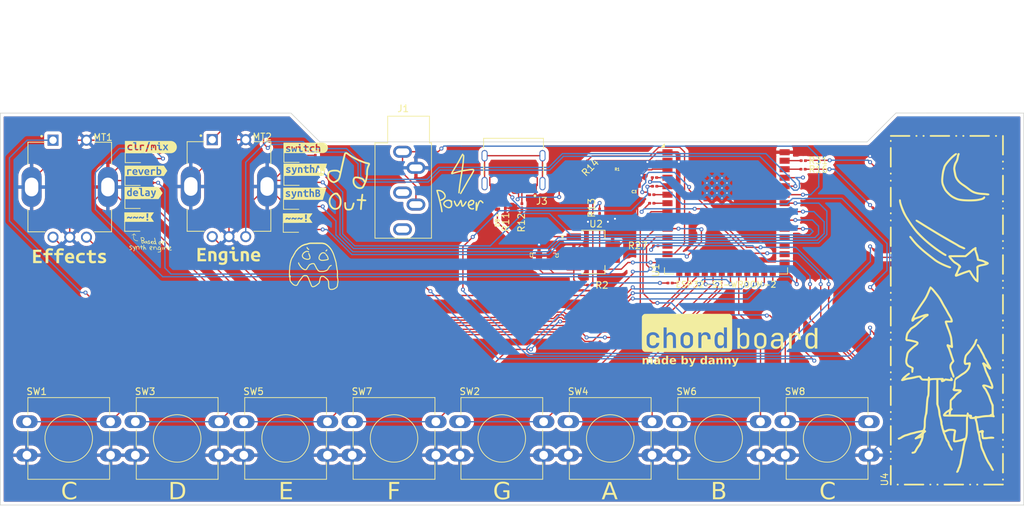
<source format=kicad_pcb>
(kicad_pcb (version 20240108) (generator "pcbnew") (generator_version "8.0")
  (layers (0 "F.Cu" signal) (31 "B.Cu" signal) (34 "B.Paste" user) (35 "F.Paste" user) (36 "B.SilkS" user "B.Silkscreen") (37 "F.SilkS" user "F.Silkscreen") (38 "B.Mask" user) (39 "F.Mask" user) (44 "Edge.Cuts" user))
  (net 0 "")
  (net 1 "GND")
  (net 2 "Net-(U2-OUTPUT)")
  (net 3 "Net-(U1-EN)")
  (net 4 "Net-(D1-A)")
  (net 5 "Net-(D2-A)")
  (net 6 "Net-(D3-A)")
  (net 7 "Net-(D4-A)")
  (net 8 "Net-(D5-A)")
  (net 9 "Net-(D6-A)")
  (net 10 "Net-(D7-A)")
  (net 11 "Net-(D8-A)")
  (net 12 "Net-(U2-INPUT)")
  (net 13 "Net-(D9-PadA)")
  (net 14 "TRS")
  (net 15 "Net-(J3-SHIELD-PadS1)")
  (net 17 "Net-(J3-DN1)")
  (net 18 "Net-(J3-CC1)")
  (net 19 "Net-(J3-DP1)")
  (net 21 "Net-(U1-IO47)")
  (net 22 "Net-(U1-IO46)")
  (net 23 "Net-(U1-IO48)")
  (net 24 "Net-(U1-TXD0{slash}IO43)")
  (net 25 "Net-(U1-RXD0{slash}IO44)")
  (net 26 "Net-(U1-IO45)")
  (net 27 "Net-(U1-3V3)")
  (net 28 "L5")
  (net 29 "L6")
  (net 30 "L7")
  (net 31 "L3")
  (net 32 "L1")
  (net 33 "L4")
  (net 34 "L8")
  (net 35 "L2")
  (net 36 "B1")
  (net 37 "B2")
  (net 38 "B3")
  (net 39 "B4")
  (net 40 "B5")
  (net 41 "B6")
  (net 42 "B7")
  (net 43 "B8")
  (net 44 "T1")
  (net 46 "T7")
  (net 47 "T8")
  (net 49 "T5")
  (net 51 "T2")
  (net 52 "T3")
  (net 53 "T6")
  (net 54 "T4")
  (net 55 "Net-(J3-CC2)")
  (net 56 "Net-(U1-USB_D+{slash}IO20)")
  (net 57 "Net-(U1-USB_D-{slash}IO19)")
  (net 58 "Net-(R15-Pad2)")
  (net 59 "Net-(R18-Pad2)")
  (net 60 "Net-(R20-Pad2)")
  (net 61 "Net-(R22-Pad2)")
  (net 62 "Net-(R24-Pad2)")
  (net 63 "Net-(R26-Pad2)")
  (net 64 "Net-(R28-Pad2)")
  (net 65 "Net-(R30-Pad2)")
  (net 66 "Net-(U1-IO2)")
  (net 67 "Net-(U1-IO3)")
  (net 68 "Net-(U1-IO4)")
  (net 69 "Net-(U1-IO5)")
  (net 70 "Net-(U1-IO6)")
  (net 71 "Net-(U1-IO7)")
  (net 72 "Net-(U1-IO8)")
  (net 73 "Net-(U1-IO1)")
  (footprint "LED_SMD:LED_0603_1608Metric" (layer "F.Cu") (at 76.4775 87.52)
    (property "Reference" "D1" (hide yes))
    (property "Value" "HL-PST-1608H233W(9000-16000K)" (hide yes))
  )
  (footprint "kibuzzard-66F9FD07" (layer "F.Cu") (at 101.82 92.91)
    (property "Reference" "kibuzzard-66F9FD07" (hide yes))
    (property "Value" "G***" (hide yes))
  )
  (footprint "Resistor_SMD:R_0201_0603Metric" (layer "F.Cu") (at 178.91 108.07 -90)
    (property "Reference" "R28" (hide yes))
    (property "Value" "510Ω" (hide yes))
  )
  (footprint "Button_Switch_THT:SW_PUSH-12mm" (layer "F.Cu") (at 173.6 127)
    (property "Reference" "SW8")
    (property "Value" "TC-1103-C-B")
  )
  (footprint "Resistor_SMD:R_0201_0603Metric" (layer "F.Cu") (at 180.09 108.07 -90)
    (property "Reference" "R26" (hide yes))
    (property "Value" "510Ω" (hide yes))
  )
  (footprint "Resistor_SMD:R_0201_0603Metric" (layer "F.Cu") (at 187.256274 107.946274 -45)
    (property "Reference" "R22" (hide yes))
    (property "Value" "510Ω")
  )
  (footprint "LED_SMD:LED_0603_1608Metric" (layer "F.Cu") (at 76.425 94.375)
    (property "Reference" "D3" (hide yes))
    (property "Value" "HL-PST-1608H233W(6000-7000K)" (hide yes))
  )
  (footprint "LED_SMD:LED_0603_1608Metric" (layer "F.Cu") (at 100.1275 94.49)
    (property "Reference" "D7" (hide yes))
    (property "Value" "HL-PST-1608H233W(6000-7000K)" (hide yes))
  )
  (footprint "1_udu3324_foot_Library:TouchSlider-8_50x15mm" (layer "F.Cu") (at 197.75 110.356667)
    (property "Reference" "U4")
    (property "Value" "~")
  )
  (footprint "kibuzzard-66F9FD78" (layer "F.Cu") (at 101.95 86.05)
    (property "Reference" "kibuzzard-66F9FD78" (hide yes))
    (property "Value" "G***" (hide yes))
  )
  (footprint "Resistor_SMD:R_0201_0603Metric" (layer "F.Cu") (at 187.063952 101.523952 -45)
    (property "Reference" "R20" (hide yes))
    (property "Value" "510Ω")
  )
  (footprint "Button_Switch_THT:SW_PUSH-12mm" (layer "F.Cu") (at 92.7 127)
    (property "Reference" "SW5")
    (property "Value" "TC-1103-C-B")
  )
  (footprint "Resistor_SMD:R_0201_0603Metric" (layer "F.Cu") (at 187.163952 114.113952 -45)
    (property "Reference" "R24" (hide yes))
    (property "Value" "510Ω")
  )
  (footprint "Button_Switch_THT:SW_PUSH-12mm" (layer "F.Cu") (at 60.3 127)
    (property "Reference" "SW1")
    (property "Value" "TC-1103-C-B")
  )
  (footprint "Resistor_SMD:R_0201_0603Metric" (layer "F.Cu") (at 103.39 87.485 -90)
    (property "Reference" "R3" (hide yes))
    (property "Value" "22Ω")
  )
  (footprint "Resistor_SMD:R_0201_0603Metric" (layer "F.Cu") (at 79.1325 87.545 -90)
    (property "Reference" "R7" (hide yes))
    (property "Value" "22Ω")
  )
  (footprint "Resistor_SMD:R_0201_0603Metric" (layer "F.Cu") (at 153.645 93.05)
    (property "Reference" "R23" (hide yes))
    (property "Value" "0Ω" (hide yes))
  )
  (footprint "Snapeda:CGA3E2X7R1H104K080AA_CAPC1608X90N" (layer "F.Cu") (at 136.81 102.811 90)
    (property "Reference" "C2")
    (property "Value" "0.1uF")
  )
  (footprint "1_udu3324_foot_Library:chordboard_slider" (layer "F.Cu") (at 197.69 110.26)
    (property "Reference" "G***" (hide yes))
    (property "Value" "LOGO" (hide yes))
  )
  (footprint "Resistor_SMD:R_0201_0603Metric" (layer "F.Cu") (at 103.39 90.885 -90)
    (property "Reference" "R4" (hide yes))
    (property "Value" "22Ω")
  )
  (footprint "Button_Switch_THT:SW_PUSH-12mm" (layer "F.Cu") (at 141.2 127)
    (property "Reference" "SW4")
    (property "Value" "TC-1103-C-B")
  )
  (footprint "LED_SMD:LED_0603_1608Metric" (layer "F.Cu") (at 100.1775 87.48)
    (property "Reference" "D5" (hide yes))
    (property "Value" "HL-PST-1608H233W(9000-16000K)" (hide yes))
  )
  (footprint "Resistor_SMD:R_0201_0603Metric" (layer "F.Cu") (at 144.39 106.58 180)
    (property "Reference" "R2")
    (property "Value" "0Ω")
  )
  (footprint "LED_SMD:LED_0603_1608Metric" (layer "F.Cu") (at 100.1775 90.915)
    (property "Reference" "D6" (hide yes))
    (property "Value" "HL-PST-1608H233W(6000-7000K)" (hide yes))
  )
  (footprint "Resistor_SMD:R_0201_0603Metric" (layer "F.Cu") (at 153.65 94.33)
    (property "Reference" "R25" (hide yes))
    (property "Value" "0Ω" (hide yes))
  )
  (footprint "Button_Switch_THT:SW_PUSH-12mm" (layer "F.Cu") (at 125 127)
    (property "Reference" "SW2")
    (property "Value" "TC-1103-C-B")
  )
  (footprint "Resistor_SMD:R_0201_0603Metric" (layer "F.Cu") (at 103.3 97.935 -90)
    (property "Reference" "R9" (hide yes))
    (property "Value" "22Ω")
  )
  (footprint "Resistor_SMD:R_0201_0603Metric" (layer "F.Cu") (at 79.08 94.405 -90)
    (property "Reference" "R6" (hide yes))
    (property "Value" "22Ω")
  )
  (footprint "Snapeda:PEC11R-4215F-S0024_XDCR_PEC11R-4215F-S0024" (layer "F.Cu") (at 90.49 91.82)
    (property "Reference" "MT2")
    (property "Value" "PEC11R-4015F-S0024")
  )
  (footprint "kibuzzard-66FCC2B4" (layer "F.Cu") (at 66.69 102.18)
    (property "Reference" "kibuzzard-66FCC2B4" (hide yes))
    (property "Value" "G***" (hide yes))
  )
  (footprint "Snapeda:TYPE-C-31-M-12_HRO_TYPE-C-31-M-12" (layer "F.Cu") (at 133 87.22 180)
    (property "Reference" "J3")
    (property "Value" "TYPE-C-31-M-12")
  )
  (footprint "Snapeda:UA78M33QDCYRG4Q1_SOT230P700X180-4N" (layer "F.Cu") (at 144.91 101.62)
    (property "Reference" "U2")
    (property "Value" "UA78M33QDCYRG4Q1")
  )
  (footprint "Snapeda:PEC11R-4215F-S0024_XDCR_PEC11R-4215F-S0024" (layer "F.Cu") (at 66.7 91.9)
    (property "Reference" "MT1")
    (property "Value" "PEC11R-4015F-S0024")
  )
  (footprint "Resistor_SMD:R_0201_0603Metric" (layer "F.Cu") (at 176.29 87.96 180)
    (property "Reference" "R31")
    (property "Value" "0Ω")
  )
  (footprint "kibuzzard-66F9FCDF" (layer "F.Cu") (at 78.09 89.48)
    (property "Reference" "kibuzzard-66F9FCDF" (hide yes))
    (property "Value" "G***" (hide yes))
  )
  (footprint "1_udu3324_foot_Library:chordboard_power" (layer "F.Cu") (at 125.845617 92.724741)
    (property "Reference" "G***" (hide yes))
    (property "Value" "LOGO" (hide yes))
  )
  (footprint "Snapeda:EMK107B7105KA-T_CAPC1608X90N" (layer "F.Cu") (at 150.802 91.56 180)
    (property "Reference" "C3")
    (property "Value" "1uF")
  )
  (footprint "Resistor_SMD:R_0201_0603Metric" (layer "F.Cu") (at 79.09375 90.955 -90)
    (property "Reference" "R10" (hide yes))
    (property "Value" "22Ω")
  )
  (footprint "kibuzzard-6702CE24" (layer "F.Cu") (at 78.82 85.93)
    (property "Reference" "kibuzzard-6702CE24" (hide yes))
    (property "Value" "G***" (hide yes))
  )
  (footprint "Resistor_SMD:R_0201_0603Metric" (layer "F.Cu") (at 103.34 94.495 -90)
    (property "Reference" "R5" (hide yes))
    (property "Value" "22Ω")
  )
  (footprint "kibuzzard-66F9FCB2" (layer "F.Cu") (at 101.89 89.32)
    (property "Reference" "kibuzzard-66F9FCB2" (hide yes))
    (property "Value" "G***" (hide yes))
  )
  (footprint "Resistor_SMD:R_0201_0603Metric" (layer "F.Cu") (at 131.77 94.72 90)
    (property "Reference" "R11")
    (property "Value" "5.1k")
  )
  (footprint "Resistor_SMD:R_0201_0603Metric" (layer "F.Cu") (at 79.05 97.785 -90)
    (property "Reference" "R8" (hide yes))
    (property "Value" "22Ω")
  )
  (footprint "kibuzzard-66F9FCF7" (layer "F.Cu") (at 77.07 96.4)
    (property "Reference" "kibuzzard-66F9FCF7" (hide yes))
    (property "Value" "G***" (hide yes))
  )
  (footprint "Snapeda:C1608X5R1E106M080AC_CAPC1608X100N" (layer "F.Cu") (at 138.42 102.791 90)
    (property "Reference" "C1")
    (property "Value" "10uF")
  )
  (footprint "Resistor_SMD:R_0201_0603Metric" (layer "F.Cu") (at 143.723952 88.266048 -135)
    (property "Reference" "R14")
    (property "Value" "0Ω")
  )
  (footprint "Resistor_SMD:R_0201_0603Metric" (layer "F.Cu") (at 177.31 108.07 -90)
    (property "Reference" "R30" (hide yes))
    (property "Value" "510Ω" (hide yes))
  )
  (footprint "kibuzzard-66F9FD26" (layer "F.Cu") (at 100.76 96.55)
    (property "Reference" "kibuzzard-66F9FD26" (hide yes))
    (property "Value" "G***" (hide yes))
  )
  (footprint "Resistor_SMD:R_0201_0603Metric" (layer "F.Cu") (at 176.255 89.24 180)
    (property "Reference" "R16")
    (property "Value" "0Ω")
  )
  (footprint "LED_SMD:LED_0603_1608Metric" (layer "F.Cu") (at 76.395 97.785)
    (property "Reference" "D4" (hide yes))
    (property "Value" "HL-PST-1608H233W(6000-7000K)" (hide yes))
  )
  (footprint "Resistor_SMD:R_0201_0603Metric" (layer "F.Cu") (at 145.86 95.525 90)
    (property "Reference" "R13")
    (property "Value" "0Ω")
  )
  (footprint "Snapeda:PESD5V0S1UL_315_DIO_PESD5V0S1UL_315" (layer "F.Cu") (at 130.59 94.87 90)
    (property "Reference" "D9")
    (property "Value" "PESD5V0S1UL_315")
  )
  (footprint "1_udu3324_foot_Library:chordboard_ghost" (layer "F.Cu") (at 102.863743 103.685645)
    (property "Reference" "G***" (hide yes))
    (property "Value" "LOGO" (hide yes))
  )
  (footprint "1_udu3324_foot_Library:chordboard_out" (layer "F.Cu") (at 109.44 92.5)
    (property "Reference" "G***" (hide yes))
    (property "Value" "LOGO" (hide yes))
  )
  (footprint "Connector_Audio:Jack_3.5mm_CUI_SJ1-3535NG_Horizontal" (layer "F.Cu") (at 116.42 86.63)
    (property "Reference" "J1")
    (property "Value" "PJ-325C5-G")
  )
  (footprint "Button_Switch_THT:SW_PUSH-12mm" (layer "F.Cu") (at 76.5 127)
    (property "Reference" "SW3")
    (property "Value" "TC-1103-C-B")
  )
  (footprint "Resistor_SMD:R_0201_0603Metric" (layer "F.Cu") (at 186.94 95.27 -45)
    (property "Reference" "R18" (hide yes))
    (property "Value" "510Ω")
  )
  (footprint "Resistor_SMD:R_0201_0603Metric" (layer "F.Cu") (at 154.255 100.69)
    (property "Reference" "R27")
    (property "Value" "0Ω")
  )
  (footprint "LED_SMD:LED_0603_1608Metric" (layer "F.Cu") (at 100.0875 97.935)
    (property "Reference" "D8" (hide yes))
    (property "Value" "HL-PST-1608H233W(6000-7000K)" (hide yes))
  )
  (footprint "Resistor_SMD:R_0201_0603Metric" (layer "F.Cu") (at 156.385 106.26)
    (property "Reference" "R17" (hide yes))
    (property "Value" "0Ω")
  )
  (footprint "Resistor_SMD:R_0201_0603Metric" (layer "F.Cu") (at 134.25 94.72 90)
    (property "Reference" "R12")
    (property "Value" "5.1k")
  )
  (footprint "Resistor_SMD:R_0201_0603Metric" (layer "F.Cu") (at 154.085 91.79)
    (property "Reference" "R21" (hide yes))
    (property "Value" "0Ω" (hide yes))
  )
  (footprint "LED_SMD:LED_0603_1608Metric" (layer "F.Cu") (at 76.43875 90.94)
    (property "Reference" "D2" (hide yes))
    (property "Value" "HL-PST-1608H233W(6000-7000K)" (hide yes))
  )
  (footprint "Resistor_SMD:R_0201_0603Metric" (layer "F.Cu") (at 187.173952 89.083952 -45)
    (property "Reference" "R15" (hide yes))
    (property "Value" "510Ω")
  )
  (footprint "Button_Switch_THT:SW_PUSH-12mm" (layer "F.Cu") (at 108.9 127)
    (property "Reference" "SW7")
    (property "Value" "TC-1103-C-B")
  )
  (footprint "kibuzzard-66FCC410" (layer "F.Cu") (at 90.48 102.18)
    (property "Reference" "kibuzzard-66FCC410" (hide yes))
    (property "Value" "G***" (hide yes))
  )
  (footprint "RF_Module:ESP32-S3-WROOM-2" (layer "F.Cu") (at 164.75 91.96)
    (property "Reference" "U1")
    (property "Value" "ESP32-S3-WROOM-2")
  )
  (footprint "Snapeda:MCS04020C1002FE000_RESC1005X37N" (layer "F.Cu") (at 150.5 89.55 180)
    (property "Reference" "R1")
    (property "Value" "10k")
  )
  (footprint "1_udu3324_foot_Library:chordboard_logo_noname" (layer "F.Cu") (at 166.72 117.96)
    (property "Reference" "G***" (hide yes))
    (property "Value" "LOGO" (hide yes))
  )
  (footprint "Button_Switch_THT:SW_PUSH-12mm" (layer "F.Cu") (at 157.4 127)
    (property "Reference" "SW6")
    (property "Value" "TC-1103-C-B")
  )
  (footprint "1_udu3324_foot_Library:chordboard_based" (layer "F.Cu") (at 78.61 100.24)
    (property "Reference" "G***" (hide yes))
    (property "Value" "LOGO" (hide yes))
  )
  (footprint "Resistor_SMD:R_0201_0603Metric" (layer "F.Cu") (at 154.06 90.49)
    (property "Reference" "R19" (hide yes))
    (property "Value" "0Ω" (hide yes))
  )
  (footprint "kibuzzard-66F9FCF2" (layer "F.Cu") (at 77.73 92.79)
    (property "Reference" "kibuzzard-66F9FCF2" (hide yes))
    (property "Value" "G***" (hide yes))
  )
  (gr_rect (start 189.36 84.26) (end 206.12 136.4) (stroke (width 0.254) (type dash_dot_dot)) (fill none) (layer "F.SilkS"))
  (gr_line (start 56.33 80.85) (end 56.33 139.46) (stroke (width 0.1)) (layer "Edge.Cuts"))
  (gr_line (start 190.135 80.8375) (end 185.825 85.1525) (stroke (width 0.1)) (layer "Edge.Cuts"))
  (gr_line (start 202.125 80.8425) (end 190.135 80.8375) (stroke (width 0.1)) (layer "Edge.Cuts"))
  (gr_line (start 99.75 80.85) (end 104.05 85.15) (stroke (width 0.1)) (layer "Edge.Cuts"))
  (gr_line (start 209.22 80.85) (end 202.125 80.8425) (stroke (width 0.1)) (layer "Edge.Cuts"))
  (gr_line (start 209.22 139.46) (end 209.22 80.85) (stroke (width 0.1)) (layer "Edge.Cuts"))
  (gr_line (start 104.05 85.15) (end 185.825 85.1525) (stroke (width 0.1)) (layer "Edge.Cuts"))
  (gr_line (start 209.22 139.46) (end 56.33 139.46) (stroke (width 0.1)) (layer "Edge.Cuts"))
  (gr_line (start 99.75 80.85) (end 56.33 80.85) (stroke (width 0.1)) (layer "Edge.Cuts"))
  (gr_text "F" (at 114.087946 139.03 0) (layer "F.SilkS") (effects (font (size 2.54 2.54) (thickness 0.1)) (justify left bottom)))
  (gr_text "D" (at 81.419943 139.03 0) (layer "F.SilkS") (effects (font (size 2.54 2.54) (thickness 0.1)) (justify left bottom)))
  (gr_text "made by danny" (at 152.15 118.61 0) (layer "F.SilkS") (effects (font (size 1.2 1.2) (thickness 0.1)) (justify left bottom)))
  (gr_text "G" (at 129.923665 139.03 0) (layer "F.SilkS") (effects (font (size 2.54 2.54) (thickness 0.1)) (justify left bottom)))
  (gr_text "E" (at 97.882983 139.03 0) (layer "F.SilkS") (effects (font (size 2.54 2.54) (thickness 0.1)) (justify left bottom)))
  (gr_text "A" (at 146.153443 139.03 0) (layer "F.SilkS") (effects (font (size 2.54 2.54) (thickness 0.1)) (justify left bottom)))
  (gr_text "B" (at 162.450222 139.03 0) (layer "F.SilkS") (effects (font (size 2.54 2.54) (thickness 0.1)) (justify left bottom)))
  (gr_text "C" (at 65.38 139.03 0) (layer "F.SilkS") (effects (font (size 2.54 2.54) (thickness 0.1)) (justify left bottom)))
  (gr_text "C" (at 178.68 139.03 0) (layer "F.SilkS") (effects (font (size 2.54 2.54) (thickness 0.1)) (justify left bottom)))
  (segment (start 147.81 101.62) (end 147.81 97.81) (width 0.2) (layer "F.Cu") (net 1))
  (segment (start 66.7 97.6) (end 72.4 91.9) (width 0.2) (layer "F.Cu") (net 1))
  (segment (start 75.65125 90.94) (end 73.36 90.94) (width 0.2) (layer "F.Cu") (net 1))
  (segment (start 74.875 94.375) (end 74.52 94.02) (width 0.2) (layer "F.Cu") (net 1))
  (segment (start 129.75 90.19) (end 136.19 90.19) (width 0.2) (layer "F.Cu") (net 1))
  (segment (start 135.08 95.04) (end 136.85 96.81) (width 0.2) (layer "F.Cu") (net 1))
  (segment (start 127.505 95.555) (end 132.85 100.9) (width 0.2) (layer "F.Cu") (net 1))
  (segment (start 156 86.7) (end 154.51 86.7) (width 0.2) (layer "F.Cu") (net 1))
  (segment (start 100.93 85.94) (end 109.7 85.94) (width 0.2) (layer "F.Cu") (net 1))
  (segment (start 113.47 99.15) (end 114.27 99.95) (width 0.2) (layer "F.Cu") (net 1))
  (segment (start 74.52 94.02) (end 72.4 91.9) (width 0.2) (layer "F.Cu") (net 1))
  (segment (start 136.81 102.102) (end 138.4 102.102) (width 0.2) (layer "F.Cu") (net 1))
  (segment (start 186.32 87.26) (end 185.76 86.7) (width 0.2) (layer "F.Cu") (net 1))
  (segment (start 96.19 88.02) (end 92.99 84.82) (width 0.2) (layer "F.Cu") (net 1))
  (segment (start 134.25 95.04) (end 135.08 95.04) (width 0.2) (layer "F.Cu") (net 1))
  (segment (start 60.3 132) (end 186.1 132) (width 0.2) (layer "F.Cu") (net 1))
  (segment (start 74.52 97.08) (end 74.52 94.02) (width 0.2) (layer "F.Cu") (net 1))
  (segment (start 138.4 102.102) (end 138.42 102.082) (width 0.2) (layer "F.Cu") (net 1))
  (segment (start 99.39 87.48) (end 100.93 85.94) (width 0.2) (layer "F.Cu") (net 1))
  (segment (start 136.55 90.55) (end 136.55 91.6375) (width 0.2) (layer "F.Cu") (net 1))
  (segment (start 99.39 88.62) (end 96.19 91.82) (width 0.2) (layer "F.Cu") (net 1))
  (segment (start 84.55 84.9) (end 87.55 87.9) (width 0.2) (layer "F.Cu") (net 1))
  (segment (start 121.58 99.95) (end 125.975 95.555) (width 0.2) (layer "F.Cu") (net 1))
  (segment (start 129.46 91.6475) (end 129.46 90.48) (width 0.2) (layer "F.Cu") (net 1))
  (segment (start 129.8 91.9875) (end 129.46 91.6475) (width 0.2) (layer "F.Cu") (net 1))
  (segment (start 129.46 90.48) (end 129.75 90.19) (width 0.2) (layer "F.Cu") (net 1))
  (segment (start 84.79 91.82) (end 84.79 90.78) (width 0.2) (layer "F.Cu") (net 1))
  (segment (start 156 86.7) (end 156.95 86.7) (width 0.2) (layer "F.Cu") (net 1))
  (segment (start 99.39 87.48) (end 99.39 88.62) (width 0.2) (layer "F.Cu") (net 1))
  (segment (start 72.4 90.51) (end 72.4 91.9) (width 0.2) (layer "F.Cu") (net 1))
  (segment (start 72.4 91.9) (end 72.4 88.1) (width 0.2) (layer "F.Cu") (net 1))
  (segment (start 151.54 91.56) (end 151.54 97.89) (width 0.2) (layer "F.Cu") (net 1))
  (segment (start 99.39 90.915) (end 97.095 90.915) (width 0.2) (layer "F.Cu") (net 1))
  (segment (start 151.54 97.89) (end 147.81 101.62) (width 0.2) (layer "F.Cu") (net 1))
  (segment (start 75.39 87.52) (end 72.4 90.51) (width 0.2) (layer "F.Cu") (net 1))
  (segment (start 152.12 90.15) (end 152.12 90.98) (width 0.2) (layer "F.Cu") (net 1))
  (segment (start 120.98 89.03) (end 127.505 95.555) (width 0.2) (layer "F.Cu") (net 1))
  (segment (start 75.6075 97.785) (end 75.225 97.785) (width 0.2) (layer "F.Cu") (net 1))
  (segment (start 61 91.9) (end 61 90.96) (width 0.2) (layer "F.Cu") (net 1))
  (segment (start 73.36 90.94) (end 72.4 91.9) (width 0.2) (layer "F.Cu") (net 1))
  (segment (start 132.85 100.9) (end 136.81 100.9) (width 0.2) (layer "F.Cu") (net 1))
  (segment (start 118.42 89.03) (end 120.98 89.03) (width 0.2) (layer "F.Cu") (net 1))
  (segment (start 185.76 86.7) (end 173.5 86.7) (width 0.2) (layer "F.Cu") (net 1))
  (segment (start 131.77 95.04) (end 134.25 95.04) (width 0.2) (layer "F.Cu") (net 1))
  (segment (start 87.67 87.9) (end 90.75 84.82) (width 0.2) (layer "F.Cu") (net 1))
  (segment (start 143.63 100) (end 142.01 101.62) (width 0.2) (layer "F.Cu") (net 1))
  (segment (start 144.12 97.1) (end 143.63 97.59) (width 0.2) (layer "F.Cu") (net 1))
  (segment (start 67.06 84.9) (end 69.2 84.9) (width 0.2) (layer "F.Cu") (net 1))
  (segment (start 90.49 97.52) (end 96.19 91.82) (width 0.2) (layer "F.Cu") (net 1))
  (segment (start 136.81 102.102) (end 136.81 100.9) (width 0.2) (layer "F.Cu") (net 1))
  (segment (start 99.3 94.93) (end 96.19 91.82) (width 0.2) (layer "F.Cu") (net 1))
  (segment (start 125.975 95.555) (end 127.505 95.555) (width 0.2) (layer "F.Cu") (net 1))
  (segment (start 75.69 87.52) (end 75.39 87.52) (width 0.2) (layer "F.Cu") (net 1))
  (segment (start 138.882 101.62) (end 138.42 102.082) (width 0.2) (layer "F.Cu") (net 1))
  (segment (start 156.95 86.7) (end 157.7 87.45) (width 0.2) (layer "F.Cu") (net 1))
  (segment (start 99.3 97.935) (end 99.3 94.93) (width 0.2) (layer "F.Cu") (net 1))
  (segment (start 109.7 85.94) (end 113.47 89.71) (width 0.2) (layer "F.Cu") (net 1))
  (segment (start 136.55 91.6375) (end 136.2 91.9875) (width 0.2) (layer "F.Cu") (net 1))
  (segment (start 113.47 89.71) (end 113.47 99.15) (width 0.2) (layer "F.Cu") (net 1))
  (segment (start 152.12 90.98) (end 151.54 91.56) (width 0.2) (layer "F.Cu") (net 1))
  (segment (start 96.19 91.82) (end 96.19 88.02) (width 0.2) (layer "F.Cu") (net 1))
  (segment (start 136.19 90.19) (end 136.55 90.55) (width 0.2) (layer "F.Cu") (net 1))
  (segment (start 114.27 99.95) (end 121.58 99.95) (width 0.2) (layer "F.Cu") (net 1))
  (segment (start 136.2 91.9875) (end 136.2 93.06) (width 0.2) (layer "F.Cu") (net 1))
  (segment (start 66.7 99.4) (end 66.7 97.6) (width 0.2) (layer "F.Cu") (net 1))
  (segment (start 143.63 97.59) (end 143.63 100) (width 0.2) (layer "F.Cu") (net 1))
  (segment (start 87.55 87.9) (end 87.67 87.9) (width 0.2) (layer "F.Cu") (net 1))
  (segment (start 154.51 86.7) (end 153.05 88.16) (width 0.2) (layer "F.Cu") (net 1))
  (segment (start 168.74 86.7) (end 173.5 86.7) (width 0.2) (layer "F.Cu") (net 1))
  (segment (start 164.89 90.55) (end 168.74 86.7) (width 0.2) (layer "F.Cu") (net 1))
  (segment (start 72.4 88.1) (end 69.2 84.9) (width 0.2) (layer "F.Cu") (net 1))
  (segment (start 136.81 100.9) (end 136.81 100.5) (width 0.2) (layer "F.Cu") (net 1))
  (segment (start 90.49 99.32) (end 90.49 97.52) (width 0.2) (layer "F.Cu") (net 1))
  (segment (start 75.6375 94.375) (end 74.875 94.375) (width 0.2) (layer "F.Cu") (net 1))
  (segment (start 69.2 84.9) (end 84.55 84.9) (width 0.2) (layer "F.Cu") (net 1))
  (segment (start 97.095 90.915) (end 96.19 91.82) (width 0.2) (layer "F.Cu") (net 1))
  (segment (start 157.7 87.45) (end 157.7 88.14) (width 0.2) (layer "F.Cu") (net 1))
  (segment (start 75.225 97.785) (end 74.52 97.08) (width 0.2) (layer "F.Cu") (net 1))
  (segment (start 147.81 97.81) (end 147.1 97.1) (width 0.2) (layer "F.Cu") (net 1))
  (segment (start 142.01 101.62) (end 138.882 101.62) (width 0.2) (layer "F.Cu") (net 1))
  (segment (start 84.79 90.78) (end 87.67 87.9) (width 0.2) (layer "F.Cu") (net 1))
  (segment (start 61 90.96) (end 67.06 84.9) (width 0.2) (layer "F.Cu") (net 1))
  (segment (start 90.75 84.82) (end 92.99 84.82) (width 0.2) (layer "F.Cu") (net 1))
  (segment (start 153.05 88.16) (end 153 88.16) (width 0.2) (layer "F.Cu") (net 1))
  (via (at 157.7 88.14) (size 0.6) (drill 0.3) (layers "F.Cu" "B.Cu") (net 1))
  (via (at 186.27 87.26) (size 0.6) (drill 0.3) (layers "F.Cu" "B.Cu") (net 1))
  (via (at 148.157904 96.65) (size 0.6) (drill 0.3) (layers "F.Cu" "B.Cu") (net 1))
  (via (at 153 88.16) (size 0.6) (drill 0.3) (layers "F.Cu" "B.Cu") (net 1))
  (via (at 147.1 97.1) (size 0.6) (drill 0.3) (layers "F.Cu" "B.Cu") (net 1))
  (via (at 152.12 90.15) (size 0.6) (drill 0.3) (layers "F.Cu" "B.Cu") (net 1))
  (via (at 144.12 97.1) (size 0.6) (drill 0.3) (layers "F.Cu" "B.Cu") (net 1))
  (via (at 136.81 100.5) (size 0.6) (drill 0.3) (layers "F.Cu" "B.Cu") (net 1))
  (segment (start 136.85 96.81) (end 136.81 96.85) (width 0.2) (layer "B.Cu") (net 1))
  (segment (start 186.32 87.26) (end 189.21 90.15) (width 0.2) (layer "B.Cu") (net 1))
  (segment (start 157.7 88.14) (end 160.23 88.14) (width 0.2) (layer "B.Cu") (net 1))
  (segment (start 160.23 88.14) (end 162.64 90.55) (width 0.2) (layer "B.Cu") (net 1))
  (segment (start 144.12 97.1) (end 147.1 97.1) (width 0.2) (layer "B.Cu") (net 1))
  (segment (start 189.21 128.89) (end 186.1 132) (width 0.2) (layer "B.Cu") (net 1))
  (segment (start 189.21 90.15) (end 189.21 128.89) (width 0.2) (layer "B.Cu") (net 1))
  (segment (start 153 89.27) (end 153 88.16) (width 0.2) (layer "B.Cu") (net 1))
  (segment (start 152.12 90.15) (end 153 89.27) (width 0.2) (layer "B.Cu") (net 1))
  (segment (start 136.81 96.85) (end 136.81 100.5) (width 0.2) (layer "B.Cu") (net 1))
  (segment (start 142.01 105.77) (end 142.82 106.58) (width 0.2) (layer "F.Cu") (net 2))
  (segment (start 142.01 104.81) (end 142.01 105.77) (width 0.2) (layer "F.Cu") (net 2))
  (segment (start 138.42 104.2) (end 138.42 103.5) (width 0.2) (layer "F.Cu") (net 2))
  (segment (start 142.82 106.58) (end 143.933 106.58) (width 0.2) (layer "F.Cu") (net 2))
  (segment (start 139.03 104.81) (end 137.44 104.81) (width 0.2) (layer "F.Cu") (net 2))
  (segment (start 142.01 103.92) (end 142.01 104.81) (width 0.2) (layer "F.Cu") (net 2))
  (segment (start 137.44 104.81) (end 136.81 104.18) (width 0.2) (layer "F.Cu") (net 2))
  (segment (start 139.03 104.81) (end 138.42 104.2) (width 0.2) (layer "F.Cu") (net 2))
  (segment (start 142.01 104.81) (end 139.03 104.81) (width 0.2) (layer "F.Cu") (net 2))
  (segment (start 136.81 104.18) (end 136.81 103.52) (width 0.2) (layer "F.Cu") (net 2))
  (segment (start 150.957 89.55) (end 150.957 89.873) (width 0.2) (layer "F.Cu") (net 3))
  (segment (start 153.75 89.24) (end 156 89.24) (width 0.2) (layer "F.Cu") (net 3))
  (segment (start 150.957 89.55) (end 151.177 89.33) (width 0.2) (layer "F.Cu") (net 3))
  (segment (start 153.66 89.33) (end 153.75 89.24) (width 0.2) (layer "F.Cu") (net 3))
  (segment (start 150.957 89.873) (end 150.064 90.766) (width 0.2) (layer "F.Cu") (net 3))
  (segment (start 151.177 89.33) (end 153.66 89.33) (width 0.2) (layer "F.Cu") (net 3))
  (segment (start 150.064 90.766) (end 150.064 91.56) (width 0.2) (layer "F.Cu") (net 3))
  (segment (start 77.56 87.225) (end 79.1325 87.225) (width 0.2) (layer "F.Cu") (net 4))
  (segment (start 77.265 87.52) (end 77.56 87.225) (width 0.2) (layer "F.Cu") (net 4))
  (segment (start 77.22625 90.94) (end 77.53125 90.635) (width 0.2) (layer "F.Cu") (net 5))
  (segment (start 77.53125 90.635) (end 79.09375 90.635) (width 0.2) (layer "F.Cu") (net 5))
  (segment (start 77.2125 94.375) (end 77.5025 94.085) (width 0.2) (layer "F.Cu") (net 6))
  (segment (start 77.5025 94.085) (end 79.08 94.085) (width 0.2) (layer "F.Cu") (net 6))
  (segment (start 77.5025 97.465) (end 79.05 97.465) (width 0.2) (layer "F.Cu") (net 7))
  (segment (start 77.1825 97.785) (end 77.5025 97.465) (width 0.2) (layer "F.Cu") (net 7))
  (segment (start 101.28 87.165) (end 103.39 87.165) (width 0.2) (layer "F.Cu") (net 8))
  (segment (start 100.965 87.48) (end 101.28 87.165) (width 0.2) (layer "F.Cu") (net 8))
  (segment (start 100.965 90.915) (end 101.315 90.565) (width 0.2) (layer "F.Cu") (net 9))
  (segment (start 101.315 90.565) (end 103.39 90.565) (width 0.2) (layer "F.Cu") (net 9))
  (segment (start 101.23 94.175) (end 103.34 94.175) (width 0.2) (layer "F.Cu") (net 10))
  (segment (start 100.915 94.49) (end 101.23 94.175) (width 0.2) (layer "F.Cu") (net 10))
  (segment (start 100.875 97.935) (end 101.195 97.615) (width 0.2) (layer "F.Cu") (net 11))
  (segment (start 101.195 97.615) (end 103.3 97.615) (width 0.2) (layer "F.Cu") (net 11))
  (segment (start 130.59 97.14) (end 132.77 99.32) (width 0.2) (layer "F.Cu") (net 12))
  (segment (start 130.59 95.22) (end 130.59 97.14) (width 0.2) (layer "F.Cu") (net 12))
  (segment (start 132.77 99.32) (end 142.01 99.32) (width 0.2) (layer "F.Cu") (net 12))
  (segment (start 131.37 90.7) (end 134.64 90.7) (width 0.2) (layer "F.Cu") (net 13))
  (segment (start 130.6 94.51) (end 130.59 94.52) (width 0.2) (layer "F.Cu") (net 13))
  (segment (start 130.6 91.97) (end 130.6 91.47) (width 0.2) (layer "F.Cu") (net 13))
  (segment (start 134.64 90.7) (end 135.4 91.46) (width 0.2) (layer "F.Cu") (net 13))
  (segment (start 130.6 91.9875) (end 130.6 94.51) (width 0.2) (layer "F.Cu") (net 13))
  (segment (start 130.6 91.47) (end 131.37 90.7) (width 0.2) (layer "F.Cu") (net 13))
  (segment (start 135.4 91.46) (end 135.4 91.97) (width 0.2) (layer "F.Cu") (net 13))
  (segment (start 116.42 86.63) (end 116.42 89.78) (width 0.2) (layer "F.Cu") (net 14))
  (segment (start 116.42 86.63) (end 121.74 86.63) (width 0.2) (layer "F.Cu") (net 14))
  (segment (start 118.42 91.78) (end 118.42 94.53) (width 0.2) (layer "F.Cu") (net 14))
  (segment (start 116.42 89.78) (end 118.42 91.78) (width 0.2) (layer "F.Cu") (net 14))
  (segment (start 173.5 93.05) (end 176.21 93.05) (width 0.2) (layer "F.Cu") (net 14))
  (segment (start 121.74 86.63) (end 122.22 86.15) (width 0.2) (layer "F.Cu") (net 14))
  (via (at 122.22 86.15) (size 0.6) (drill 0.3) (layers "F.Cu" "B.Cu") (net 14))
  (via (at 176.24 93.05) (size 0.6) (drill 0.3) (layers "F.Cu" "B.Cu") (net 14))
  (segment (start 176.21 93.05) (end 177.4 93.05) (width 0.2) (layer "B.Cu") (net 14))
  (segment (start 125.16 85.77) (end 122.6 85.77) (width 0.2) (layer "B.Cu") (net 14))
  (segment (start 122.6 85.77) (end 122.22 86.15) (width 0.2) (layer "B.Cu") (net 14))
  (segment (start 178.6 91.85) (end 178.6 87.46) (width 0.2) (layer "B.Cu") (net 14))
  (segment (start 125.18 85.79) (end 125.16 85.77) (width 0.2) (layer "B.Cu") (net 14))
  (segment (start 177.4 93.05) (end 178.6 91.85) (width 0.2) (layer "B.Cu") (net 14))
  (segment (start 176.93 85.79) (end 125.18 85.79) (width 0.2) (layer "B.Cu") (net 14))
  (segment (start 178.6 87.46) (end 176.93 85.79) (width 0.2) (layer "B.Cu") (net 14))
  (segment (start 128.675 87.22) (end 137.325 87.22) (width 0.2) (layer "F.Cu") (net 15))
  (segment (start 128.675 87.22) (end 128.675 91.39) (width 0.2) (layer "F.Cu") (net 15))
  (segment (start 137.325 87.22) (end 137.325 91.39) (width 0.2) (layer "F.Cu") (net 15))
  (segment (start 133.75 93.6) (end 133.75 91.97) (width 0.2) (layer "F.Cu") (net 17))
  (segment (start 133.75 92.79) (end 133.7 92.84) (width 0.2) (layer "F.Cu") (net 17))
  (segment (start 132.97 92.84) (end 132.75 92.62) (width 0.2) (layer "F.Cu") (net 17))
  (segment (start 133.75 91.97) (end 133.75 92.79) (width 0.2) (layer "F.Cu") (net 17))
  (segment (start 133.61 93.74) (end 133.75 93.6) (width 0.2) (layer "F.Cu") (net 17))
  (segment (start 139.82 93.41) (end 139.82 92.17) (width 0.2) (layer "F.Cu") (net 17))
  (segment (start 139.82 92.17) (end 143.497678 88.492322) (width 0.2) (layer "F.Cu") (net 17))
  (segment (start 132.75 92.62) (end 132.75 91.97) (width 0.2) (layer "F.Cu") (net 17))
  (segment (start 133.7 92.84) (end 132.97 92.84) (width 0.2) (layer "F.Cu") (net 17))
  (via (at 139.82 93.41) (size 0.6) (drill 0.3) (layers "F.Cu" "B.Cu") (net 17))
  (via (at 133.61 93.74) (size 0.6) (drill 0.3) (layers "F.Cu" "B.Cu") (net 17))
  (segment (start 139.81 93.42) (end 133.93 93.42) (width 0.2) (layer "B.Cu") (net 17))
  (segment (start 133.93 93.42) (end 133.61 93.74) (width 0.2) (layer "B.Cu") (net 17))
  (segment (start 139.82 93.41) (end 139.81 93.42) (width 0.2) (layer "B.Cu") (net 17))
  (segment (start 134.25 91.97) (end 134.25 94.4) (width 0.2) (layer "F.Cu") (net 18))
  (segment (start 132.3 91.1) (end 132.25 91.15) (width 0.2) (layer "F.Cu") (net 19))
  (segment (start 133.25 91.15) (end 133.2 91.1) (width 0.2) (layer "F.Cu") (net 19))
  (segment (start 132.25 91.15) (end 132.25 91.97) (width 0.2) (layer "F.Cu") (net 19))
  (segment (start 133.2 91.1) (end 132.3 91.1) (width 0.2) (layer "F.Cu") (net 19))
  (segment (start 133.25 91.97) (end 133.25 91.15) (width 0.2) (layer "F.Cu") (net 19))
  (segment (start 132.25 92.89) (end 132.82 93.46) (width 0.2) (layer "F.Cu") (net 19))
  (segment (start 145.86 95.205) (end 145.86 94.29) (width 0.2) (layer "F.Cu") (net 19))
  (segment (start 132.25 91.97) (end 132.25 92.89) (width 0.2) (layer "F.Cu") (net 19))
  (via (at 132.82 93.46) (size 0.6) (drill 0.3) (layers "F.Cu" "B.Cu") (net 19))
  (via (at 145.86 94.29) (size 0.6) (drill 0.3) (layers "F.Cu" "B.Cu") (net 19))
  (segment (start 134.071471 95.05) (end 145.1 95.05) (width 0.2) (layer "B.Cu") (net 19))
  (segment (start 132.82 93.46) (end 132.82 93.798529) (width 0.2) (layer "B.Cu") (net 19))
  (segment (start 132.82 93.798529) (end 134.071471 95.05) (width 0.2) (layer "B.Cu") (net 19))
  (segment (start 145.1 95.05) (end 145.86 94.29) (width 0.2) (layer "B.Cu") (net 19))
  (segment (start 134.394314 111.58) (end 138.975785 111.58) (width 0.2) (layer "F.Cu") (net 21))
  (segment (start 150.751474 107.78) (end 150.8 107.78) (width 0.2) (layer "F.Cu") (net 21))
  (segment (start 139.545785 111.01) (end 140.374215 111.01) (width 0.2) (layer "F.Cu") (net 21))
  (segment (start 169.195 106.295) (end 169.195 104.46) (width 0.2) (layer "F.Cu") (net 21))
  (segment (start 81.61 111.81) (end 134.164314 111.81) (width 0.2) (layer "F.Cu") (net 21))
  (segment (start 169.05 106.44) (end 169.195 106.295) (width 0.2) (layer "F.Cu") (net 21))
  (segment (start 138.975785 111.58) (end 139.545785 111.01) (width 0.2) (layer "F.Cu") (net 21))
  (segment (start 69.2 99.4) (end 81.61 111.81) (width 0.2) (layer "F.Cu") (net 21))
  (segment (start 147.281474 111.25) (end 150.751474 107.78) (width 0.2) (layer "F.Cu") (net 21))
  (segment (start 140.614215 111.25) (end 147.281474 111.25) (width 0.2) (layer "F.Cu") (net 21))
  (segment (start 140.374215 111.01) (end 140.614215 111.25) (width 0.2) (layer "F.Cu") (net 21))
  (segment (start 134.164314 111.81) (end 134.394314 111.58) (width 0.2) (layer "F.Cu") (net 21))
  (via (at 150.82 107.78) (size 0.6) (drill 0.3) (layers "F.Cu" "B.Cu") (net 21))
  (via (at 169.06 106.43) (size 0.6) (drill 0.3) (layers "F.Cu" "B.Cu") (net 21))
  (segment (start 150.8 107.78) (end 167.71 107.78) (width 0.2) (layer "B.Cu") (net 21))
  (segment (start 167.71 107.78) (end 169.06 106.43) (width 0.2) (layer "B.Cu") (net 21))
  (segment (start 159.035 106.075) (end 159.035 104.46) (width 0.2) (layer "F.Cu") (net 22))
  (segment (start 69.05 107.69) (end 73.97 112.61) (width 0.2) (layer "F.Cu") (net 22))
  (segment (start 73.97 112.61) (end 152.5 112.61) (width 0.2) (layer "F.Cu") (net 22))
  (segment (start 152.5 112.61) (end 159.035 106.075) (width 0.2) (layer "F.Cu") (net 22))
  (via (at 69.05 107.69) (size 0.6) (drill 0.3) (layers "F.Cu" "B.Cu") (net 22))
  (segment (start 68.4 107.69) (end 57.69 96.98) (width 0.2) (layer "B.Cu") (net 22))
  (segment (start 57.69 96.98) (end 57.69 87.55) (width 0.2) (layer "B.Cu") (net 22))
  (segment (start 69.05 107.69) (end 68.4 107.69) (width 0.2) (layer "B.Cu") (net 22))
  (segment (start 60.34 84.9) (end 64.2 84.9) (width 0.2) (layer "B.Cu") (net 22))
  (segment (start 57.69 87.55) (end 60.34 84.9) (width 0.2) (layer "B.Cu") (net 22))
  (segment (start 170.465 106.165) (end 170.465 104.46) (width 0.2) (layer "F.Cu") (net 23))
  (segment (start 147.5 111.65) (end 140.448529 111.65) (width 0.2) (layer "F.Cu") (net 23))
  (segment (start 139.711471 111.41) (end 139.141471 111.98) (width 0.2) (layer "F.Cu") (net 23))
  (segment (start 77.01 112.21) (end 64.2 99.4) (width 0.2) (layer "F.Cu") (net 23))
  (segment (start 150.8 108.580003) (end 150.569997 108.580003) (width 0.2) (layer "F.Cu") (net 23))
  (segment (start 140.208529 111.41) (end 139.711471 111.41) (width 0.2) (layer "F.Cu") (net 23))
  (segment (start 170.2 106.43) (end 170.465 106.165) (width 0.2) (layer "F.Cu") (net 23))
  (segment (start 150.569997 108.580003) (end 147.5 111.65) (width 0.2) (layer "F.Cu") (net 23))
  (segment (start 139.141471 111.98) (end 134.56 111.98) (width 0.2) (layer "F.Cu") (net 23))
  (segment (start 140.448529 111.65) (end 140.208529 111.41) (width 0.2) (layer "F.Cu") (net 23))
  (segment (start 134.33 112.21) (end 77.01 112.21) (width 0.2) (layer "F.Cu") (net 23))
  (segment (start 134.56 111.98) (end 134.33 112.21) (width 0.2) (layer "F.Cu") (net 23))
  (via (at 150.82 108.580003) (size 0.6) (drill 0.3) (layers "F.Cu" "B.Cu") (net 23))
  (via (at 170.2 106.43) (size 0.6) (drill 0.3) (layers "F.Cu" "B.Cu") (net 23))
  (segment (start 150.8 108.580003) (end 150.859997 108.64) (width 0.2) (layer "B.Cu") (net 23))
  (segment (start 167.99 108.64) (end 170.2 106.43) (width 0.2) (layer "B.Cu") (net 23))
  (segment (start 150.859997 108.64) (end 167.99 108.64) (width 0.2) (layer "B.Cu") (net 23))
  (segment (start 95.65 85.42) (end 95.65 83.47) (width 0.2) (layer "F.Cu") (net 24))
  (segment (start 173.5 90.51) (end 176.21 90.51) (width 0.2) (layer "F.Cu") (net 24))
  (segment (start 95.65 83.47) (end 94.6 82.42) (width 0.2) (layer "F.Cu") (net 24))
  (segment (start 176.21 90.51) (end 176.24 90.48) (width 0.2) (layer "F.Cu") (net 24))
  (segment (start 90.39 82.42) (end 87.99 84.82) (width 0.2) (layer "F.Cu") (net 24))
  (segment (start 94.6 82.42) (end 90.39 82.42) (width 0.2) (layer "F.Cu") (net 24))
  (segment (start 96.29 86.06) (end 95.65 85.42) (width 0.2) (layer "F.Cu") (net 24))
  (segment (start 176.24 90.48) (end 176.2 90.52) (width 0.2) (layer "F.Cu") (net 24))
  (via (at 176.24 90.48) (size 0.6) (drill 0.3) (layers "F.Cu" "B.Cu") (net 24))
  (via (at 96.29 86.06) (size 0.6) (drill 0.3) (layers "F.Cu" "B.Cu") (net 24))
  (segment (start 108.014314 86.68) (end 102.51 86.68) (width 0.2) (layer "B.Cu") (net 24))
  (segment (start 175.358529 92.38) (end 174.861471 92.38) (width 0.2) (layer "B.Cu") (net 24))
  (segment (start 96.82 85.53) (end 96.29 86.06) (width 0.2) (layer "B.Cu") (net 24))
  (segment (start 101.36 85.53) (end 96.82 85.53) (width 0.2) (layer "B.Cu") (net 24))
  (segment (start 138.401372 89.37) (end 122.031372 89.37) (width 0.2) (layer "B.Cu") (net 24))
  (segment (start 175.71 91.06) (end 175.71 92.028529) (width 0.2) (layer "B.Cu") (net 24))
  (segment (start 176.24 90.48) (end 175.13 90.48) (width 0.2) (layer "B.Cu") (net 24))
  (segment (start 140.461372 87.31) (end 138.401372 89.37) (width 0.2) (layer "B.Cu") (net 24))
  (segment (start 174.861471 92.38) (end 169.791471 87.31) (width 0.2) (layer "B.Cu") (net 24))
  (segment (start 120.241372 91.16) (end 110.498628 91.16) (width 0.2) (layer "B.Cu") (net 24))
  (segment (start 109.77 88.435686) (end 108.014314 86.68) (width 0.2) (layer "B.Cu") (net 24))
  (segment (start 110.498628 91.16) (end 109.77 90.431372) (width 0.2) (layer "B.Cu") (net 24))
  (segment (start 175.71 92.028529) (end 175.358529 92.38) (width 0.2) (layer "B.Cu") (net 24))
  (segment (start 169.791471 87.31) (end 140.461372 87.31) (width 0.2) (layer "B.Cu") (net 24))
  (segment (start 122.031372 89.37) (end 120.241372 91.16) (width 0.2) (layer "B.Cu") (net 24))
  (segment (start 102.51 86.68) (end 101.36 85.53) (width 0.2) (layer "B.Cu") (net 24))
  (segment (start 175.13 90.48) (end 175.71 91.06) (width 0.2) (layer "B.Cu") (net 24))
  (segment (start 109.77 90.431372) (end 109.77 88.435686) (width 0.2) (layer "B.Cu") (net 24))
  (segment (start 173.5 91.78) (end 175.12 91.78) (width 0.2) (layer "F.Cu") (net 25))
  (via (at 175.11 91.78) (size 0.6) (drill 0.3) (layers "F.Cu" "B.Cu") (net 25))
  (segment (start 170.711471 86.91) (end 175.12 91.318529) (width 0.2) (layer "B.Cu") (net 25))
  (segment (start 110.664314 90.76) (end 120.075686 90.76) (width 0.2) (layer "B.Cu") (net 25))
  (segment (start 121.865686 88.97) (end 138.235686 88.97) (width 0.2) (layer "B.Cu") (net 25))
  (segment (start 108.050109 86.150109) (end 110.17 88.27) (width 0.2) (layer "B.Cu") (net 25))
  (segment (start 138.235686 88.97) (end 140.295686 86.91) (width 0.2) (layer "B.Cu") (net 25))
  (segment (start 92.99 99.32) (end 92.99 88.2) (width 0.2) (layer "B.Cu") (net 25))
  (segment (start 140.295686 86.91) (end 170.711471 86.91) (width 0.2) (layer "B.Cu") (net 25))
  (segment (start 120.075686 90.76) (end 121.865686 88.97) (width 0.2) (layer "B.Cu") (net 25))
  (segment (start 101.574314 85.11) (end 102.614423 86.150109) (width 0.2) (layer "B.Cu") (net 25))
  (segment (start 110.17 90.265686) (end 110.664314 90.76) (width 0.2) (layer "B.Cu") (net 25))
  (segment (start 102.614423 86.150109) (end 108.050109 86.150109) (width 0.2) (layer "B.Cu") (net 25))
  (segment (start 92.99 88.2) (end 96.08 85.11) (width 0.2) (layer "B.Cu") (net 25))
  (segment (start 110.17 88.27) (end 110.17 90.265686) (width 0.2) (layer "B.Cu") (net 25))
  (segment (start 175.12 91.318529) (end 175.12 91.78) (width 0.2) (layer "B.Cu") (net 25))
  (segment (start 96.08 85.11) (end 101.574314 85.11) (width 0.2) (layer "B.Cu") (net 25))
  (segment (start 171.735 107.625) (end 171.735 104.46) (width 0.2) (layer "F.Cu") (net 26))
  (segment (start 119.94 106.93) (end 120.49 107.48) (width 0.2) (layer "F.Cu") (net 26))
  (segment (start 175.67 115.61) (end 175.67 111.56) (width 0.2) (layer "F.Cu") (net 26))
  (segment (start 87.99 99.32) (end 95.6 106.93) (width 0.2) (layer "F.Cu") (net 26))
  (segment (start 175.67 111.56) (end 171.735 107.625) (width 0.2) (layer "F.Cu") (net 26))
  (segment (start 120.49 107.48) (end 120.58 107.48) (width 0.2) (layer "F.Cu") (net 26))
  (segment (start 95.6 106.93) (end 119.94 106.93) (width 0.2) (layer "F.Cu") (net 26))
  (segment (start 177.93 117.87) (end 175.67 115.61) (width 0.2) (layer "F.Cu") (net 26))
  (via (at 120.58 107.48) (size 0.6) (drill 0.3) (layers "F.Cu" "B.Cu") (net 26))
  (via (at 177.93 117.87) (size 0.6) (drill 0.3) (layers "F.Cu" "B.Cu") (net 26))
  (segment (start 177.93 117.87) (end 177.65 117.59) (width 0.2) (layer "B.Cu") (net 26))
  (segment (start 130.69 117.59) (end 120.58 107.48) (width 0.2) (layer "B.Cu") (net 26))
  (segment (start 177.65 117.59) (end 130.69 117.59) (width 0.2) (layer "B.Cu") (net 26))
  (segment (start 150.768 88.77) (end 153.47 88.77) (width 0.2) (layer "F.Cu") (net 27))
  (segment (start 144.847 106.58) (end 144.847 91.433) (width 0.2) (layer "F.Cu") (net 27))
  (segment (start 146.73 89.55) (end 150.043 89.55) (width 0.2) (layer "F.Cu") (net 27))
  (segment (start 154.27 87.97) (end 156 87.97) (width 0.2) (layer "F.Cu") (net 27))
  (segment (start 150.043 89.495) (end 150.768 88.77) (width 0.2) (layer "F.Cu") (net 27))
  (segment (start 153.47 88.77) (end 154.27 87.97) (width 0.2) (layer "F.Cu") (net 27))
  (segment (start 144.847 91.433) (end 146.73 89.55) (width 0.2) (layer "F.Cu") (net 27))
  (segment (start 150.043 89.55) (end 150.043 89.495) (width 0.2) (layer "F.Cu") (net 27))
  (segment (start 104.49 88.905) (end 103.39 87.805) (width 0.2) (layer "F.Cu") (net 28))
  (segment (start 176.22 98.13) (end 173.5 98.13) (width 0.2) (layer "F.Cu") (net 28))
  (segment (start 104.49 89.66) (end 104.49 88.905) (width 0.2) (layer "F.Cu") (net 28))
  (segment (start 176.24 98.15) (end 176.22 98.13) (width 0.2) (layer "F.Cu") (net 28))
  (via (at 176.24 98.15) (size 0.6) (drill 0.3) (layers "F.Cu" "B.Cu") (net 28))
  (via (at 104.49 89.66) (size 0.6) (drill 0.3) (layers "F.Cu" "B.Cu") (net 28))
  (segment (start 129.52 100.7) (end 134.37 95.85) (width 0.2) (layer "B.Cu") (net 28))
  (segment (start 134.37 95.85) (end 138.35 95.85) (width 0.2) (layer "B.Cu") (net 28))
  (segment (start 141.57 99.07) (end 177.23 99.07) (width 0.2) (layer "B.Cu") (net 28))
  (segment (start 138.35 95.85) (end 141.57 99.07) (width 0.2) (layer "B.Cu") (net 28))
  (segment (start 107.47 98.904314) (end 109.265686 100.7) (width 0.2) (layer "B.Cu") (net 28))
  (segment (start 177.23 99.07) (end 177.755 98.545) (width 0.2) (layer "B.Cu") (net 28))
  (segment (start 107.47 92.66) (end 107.47 98.904314) (width 0.2) (layer "B.Cu") (net 28))
  (segment (start 109.265686 100.7) (end 129.52 100.7) (width 0.2) (layer "B.Cu") (net 28))
  (segment (start 177.36 98.15) (end 176.24 98.15) (width 0.2) (layer "B.Cu") (net 28))
  (segment (start 177.755 98.545) (end 177.36 98.15) (width 0.2) (layer "B.Cu") (net 28))
  (segment (start 104.49 89.66) (end 104.49 89.68) (width 0.2) (layer "B.Cu") (net 28))
  (segment (start 104.49 89.68) (end 107.47 92.66) (width 0.2) (layer "B.Cu") (net 28))
  (segment (start 104.49 91.205) (end 103.39 91.205) (width 0.2) (layer "F.Cu") (net 29))
  (segment (start 173.5 96.86) (end 175.09 96.86) (width 0.2) (layer "F.Cu") (net 29))
  (segment (start 175.09 96.86) (end 175.11 96.84) (width 0.2) (layer "F.Cu") (net 29))
  (via (at 104.49 91.205) (size 0.6) (drill 0.3) (layers "F.Cu" "B.Cu") (net 29))
  (via (at 175.11 96.84) (size 0.6) (drill 0.3) (layers "F.Cu" "B.Cu") (net 29))
  (segment (start 138.048628 101.1) (end 139.678628 99.47) (width 0.2) (layer "B.Cu") (net 29))
  (segment (start 107.07 99.01) (end 107.04 99.04) (width 0.2) (layer "B.Cu") (net 29))
  (segment (start 178.03 99.47) (end 178.57 98.93) (width 0.2) (layer "B.Cu") (net 29))
  (segment (start 104.49 91.205) (end 107.07 93.785) (width 0.2) (layer "B.Cu") (net 29))
  (segment (start 178.57 97.76) (end 177.65 96.84) (width 0.2) (layer "B.Cu") (net 29))
  (segment (start 178.57 98.93) (end 178.57 97.76) (width 0.2) (layer "B.Cu") (net 29))
  (segment (start 109.1 101.1) (end 138.048628 101.1) (width 0.2) (layer "B.Cu") (net 29))
  (segment (start 107.07 93.785) (end 107.07 99.01) (width 0.2) (layer "B.Cu") (net 29))
  (segment (start 107.04 99.04) (end 109.1 101.1) (width 0.2) (layer "B.Cu") (net 29))
  (segment (start 177.65 96.84) (end 175.11 96.84) (width 0.2) (layer "B.Cu") (net 29))
  (segment (start 139.678628 99.47) (end 178.03 99.47) (width 0.2) (layer "B.Cu") (net 29))
  (segment (start 104.3 94.815) (end 103.34 94.815) (width 0.2) (layer "F.Cu") (net 30))
  (segment (start 176.18 95.59) (end 173.5 95.59) (width 0.2) (layer "F.Cu") (net 30))
  (segment (start 176.19 95.58) (end 176.18 95.59) (width 0.2) (layer "F.Cu") (net 30))
  (via (at 176.24 95.58) (size 0.6) (drill 0.3) (layers "F.Cu" "B.Cu") (net 30))
  (via (at 104.49 94.815) (size 0.6) (drill 0.3) (layers "F.Cu" "B.Cu") (net 30))
  (segment (start 106.47 96.985) (end 106.47 99.054314) (width 0.2) (layer "B.Cu") (net 30))
  (segment (start 106.47 99.054314) (end 108.992843 101.577157) (width 0.2) (layer "B.Cu") (net 30))
  (segment (start 177.88 95.58) (end 176.19 95.58) (width 0.2) (layer "B.Cu") (net 30))
  (segment (start 108.992843 101.577157) (end 138.137157 101.577157) (width 0.2) (layer "B.Cu") (net 30))
  (segment (start 104.49 95.005) (end 106.47 96.985) (width 0.2) (layer "B.Cu") (net 30))
  (segment (start 104.49 94.815) (end 104.49 95.005) (width 0.2) (layer "B.Cu") (net 30))
  (segment (start 179.41 97.11) (end 177.88 95.58) (width 0.2) (layer "B.Cu") (net 30))
  (segment (start 139.844314 99.87) (end 178.394314 99.87) (width 0.2) (layer "B.Cu") (net 30))
  (segment (start 178.394314 99.87) (end 179.41 98.854314) (width 0.2) (layer "B.Cu") (net 30))
  (segment (start 179.41 98.854314) (end 179.41 97.11) (width 0.2) (layer "B.Cu") (net 30))
  (segment (start 138.137157 101.577157) (end 139.844314 99.87) (width 0.2) (layer "B.Cu") (net 30))
  (segment (start 92.684999 108.13) (end 79.279999 94.725) (width 0.2) (layer "F.Cu") (net 31))
  (segment (start 152.87 103.54) (end 152.87 100.81) (width 0.2) (layer "F.Cu") (net 31))
  (segment (start 154.28 99.4) (end 156 99.4) (width 0.2) (layer "F.Cu") (net 31))
  (segment (start 79.279999 94.725) (end 79.08 94.725) (width 0.2) (layer "F.Cu") (net 31))
  (segment (start 153.45 104.12) (end 152.87 103.54) (width 0.2) (layer "F.Cu") (net 31))
  (segment (start 147.58 108.13) (end 92.684999 108.13) (width 0.2) (layer "F.Cu") (net 31))
  (segment (start 152.87 100.81) (end 154.28 99.4) (width 0.2) (layer "F.Cu") (net 31))
  (segment (start 150.82 104.56) (end 150.82 104.89) (width 0.2) (layer "F.Cu") (net 31))
  (segment (start 150.82 104.89) (end 147.58 108.13) (width 0.2) (layer "F.Cu") (net 31))
  (via (at 150.82 104.56) (size 0.6) (drill 0.3) (layers "F.Cu" "B.Cu") (net 31))
  (via (at 153.47 104.12) (size 0.6) (drill 0.3) (layers "F.Cu" "B.Cu") (net 31))
  (segment (start 153.45 104.12) (end 153.01 104.56) (width 0.2) (layer "B.Cu") (net 31))
  (segment (start 153.01 104.56) (end 150.82 104.56) (width 0.2) (layer "B.Cu") (net 31))
  (segment (start 80.63 87.65) (end 79.547499 87.65) (width 0.2) (layer "F.Cu") (net 32))
  (segment (start 79.332499 87.865) (end 79.1325 87.865) (width 0.2) (layer "F.Cu") (net 32))
  (segment (start 79.547499 87.65) (end 79.332499 87.865) (width 0.2) (layer "F.Cu") (net 32))
  (segment (start 175.32 105.03) (end 173.5 103.21) (width 0.2) (layer "F.Cu") (net 32))
  (segment (start 175.32 106.43) (end 175.32 105.03) (width 0.2) (layer "F.Cu") (net 32))
  (via (at 80.63 87.65) (size 0.6) (drill 0.3) (layers "F.Cu" "B.Cu") (net 32))
  (via (at 175.32 106.43) (size 0.6) (drill 0.3) (layers "F.Cu" "B.Cu") (net 32))
  (segment (start 79.12 86.14) (end 74.114416 86.14) (width 0.2) (layer "B.Cu") (net 32))
  (segment (start 70.53 95.27) (end 80.58 105.32) (width 0.2) (layer "B.Cu") (net 32))
  (segment (start 74.114416 86.14) (end 70.53 89.724416) (width 0.2) (layer "B.Cu") (net 32))
  (segment (start 80.58 105.32) (end 174.21 105.32) (width 0.2) (layer "B.Cu") (net 32))
  (segment (start 70.53 89.724416) (end 70.53 95.27) (width 0.2) (layer "B.Cu") (net 32))
  (segment (start 174.21 105.32) (end 175.32 106.43) (width 0.2) (layer "B.Cu") (net 32))
  (segment (start 80.63 87.65) (end 79.12 86.14) (width 0.2) (layer "B.Cu") (net 32))
  (segment (start 134.228628 111.18) (end 133.998629 111.41) (width 0.2) (layer "F.Cu") (net 33))
  (segment (start 92.355 111.41) (end 79.05 98.105) (width 0.2) (layer "F.Cu") (net 33))
  (segment (start 150.81 106.921471) (end 148.247893 109.483578) (width 0.2) (layer "F.Cu") (net 33))
  (segment (start 133.998629 111.41) (end 92.355 111.41) (width 0.2) (layer "F.Cu") (net 33))
  (segment (start 140.779901 110.85) (end 140.539901 110.61) (width 0.2) (layer "F.Cu") (net 33))
  (segment (start 167.76 106.43) (end 167.76 104.625) (width 0.2) (layer "F.Cu") (net 33))
  (segment (start 148.247893 109.483578) (end 148.247893 109.487892) (width 0.2) (layer "F.Cu") (net 33))
  (segment (start 138.810099 111.18) (end 134.228628 111.18) (width 0.2) (layer "F.Cu") (net 33))
  (segment (start 139.380099 110.61) (end 138.810099 111.18) (width 0.2) (layer "F.Cu") (net 33))
  (segment (start 150.81 106.91) (end 150.81 106.921471) (width 0.2) (layer "F.Cu") (net 33))
  (segment (start 146.885785 110.85) (end 140.779901 110.85) (width 0.2) (layer "F.Cu") (net 33))
  (segment (start 167.76 104.625) (end 167.925 104.46) (width 0.2) (layer "F.Cu") (net 33))
  (segment (start 148.247893 109.487892) (end 146.885785 110.85) (width 0.2) (layer "F.Cu") (net 33))
  (segment (start 140.539901 110.61) (end 139.380099 110.61) (width 0.2) (layer "F.Cu") (net 33))
  (via (at 150.81 106.91) (size 0.6) (drill 0.3) (layers "F.Cu" "B.Cu") (net 33))
  (via (at 167.76 106.43) (size 0.6) (drill 0.3) (layers "F.Cu" "B.Cu") (net 33))
  (segment (start 151.04 107.14) (end 167.05 107.14) (width 0.2) (layer "B.Cu") (net 33))
  (segment (start 150.81 106.91) (end 151.04 107.14) (width 0.2) (layer "B.Cu") (net 33))
  (segment (start 167.05 107.14) (end 167.76 106.43) (width 0.2) (layer "B.Cu") (net 33))
  (segment (start 104.29 98.255) (end 103.3 98.255) (width 0.2) (layer "F.Cu") (net 34))
  (segment (start 173.5 94.32) (end 175.15 94.32) (width 0.2) (layer "F.Cu") (net 34))
  (via (at 175.11 94.32) (size 0.6) (drill 0.3) (layers "F.Cu" "B.Cu") (net 34))
  (via (at 104.49 98.255) (size 0.6) (drill 0.3) (layers "F.Cu" "B.Cu") (net 34))
  (segment (start 178.62 94.32) (end 175.15 94.32) (width 0.2) (layer "B.Cu") (net 34))
  (segment (start 104.29 98.255) (end 105.105 98.255) (width 0.2) (layer "B.Cu") (net 34))
  (segment (start 179.81 99.02) (end 179.81 95.51) (width 0.2) (layer "B.Cu") (net 34))
  (segment (start 108.85 102) (end 138.28 102) (width 0.2) (layer "B.Cu") (net 34))
  (segment (start 179.81 95.51) (end 178.62 94.32) (width 0.2) (layer "B.Cu") (net 34))
  (segment (start 140.01 100.27) (end 178.56 100.27) (width 0.2) (layer "B.Cu") (net 34))
  (segment (start 105.105 98.255) (end 108.85 102) (width 0.2) (layer "B.Cu") (net 34))
  (segment (start 178.56 100.27) (end 179.81 99.02) (width 0.2) (layer "B.Cu") (net 34))
  (segment (start 138.28 102) (end 140.01 100.27) (width 0.2) (layer "B.Cu") (net 34))
  (segment (start 79.252206 91.275) (end 79.09375 91.275) (width 0.2) (layer "F.Cu") (net 35))
  (segment (start 156 98.13) (end 157.64 98.13) (width 0.2) (layer "F.Cu") (net 35))
  (segment (start 79.9 91.26) (end 79.267206 91.26) (width 0.2) (layer "F.Cu") (net 35))
  (segment (start 161.07 100.12) (end 158.89 102.3) (width 0.2) (layer "F.Cu") (net 35))
  (segment (start 161.07 98.23) (end 161.07 100.12) (width 0.2) (layer "F.Cu") (net 35))
  (segment (start 79.267206 91.26) (end 79.252206 91.275) (width 0.2) (layer "F.Cu") (net 35))
  (via (at 79.9 91.26) (size 0.6) (drill 0.3) (layers "F.Cu" "B.Cu") (net 35))
  (via (at 157.64 98.13) (size 0.6) (drill 0.3) (layers "F.Cu" "B.Cu") (net 35))
  (via (at 161.07 98.23) (size 0.6) (drill 0.3) (layers "F.Cu" "B.Cu") (net 35))
  (via (at 158.89 102.3) (size 0.6) (drill 0.3) (layers "F.Cu" "B.Cu") (net 35))
  (segment (start 150.27 101.94) (end 158.53 101.94) (width 0.2) (layer "B.Cu") (net 35))
  (segment (start 80.92 92.28) (end 80.92 104.01) (width 0.2) (layer "B.Cu") (net 35))
  (segment (start 160.97 98.13) (end 157.64 98.13) (width 0.2) (layer "B.Cu") (net 35))
  (segment (start 147.29 104.92) (end 150.27 101.94) (width 0.2) (layer "B.Cu") (net 35))
  (segment (start 79.9 91.26) (end 80.92 92.28) (width 0.2) (layer "B.Cu") (net 35))
  (segment (start 80.92 104.01) (end 81.83 104.92) (width 0.2) (layer "B.Cu") (net 35))
  (segment (start 81.83 104.92) (end 147.29 104.92) (width 0.2) (layer "B.Cu") (net 35))
  (segment (start 158.53 101.94) (end 158.89 102.3) (width 0.2) (layer "B.Cu") (net 35))
  (segment (start 161.07 98.23) (end 160.97 98.13) (width 0.2) (layer "B.Cu") (net 35))
  (segment (start 86.62 113.18) (end 148.41 113.18) (width 0.2) (layer "F.Cu") (net 36))
  (segment (start 160.305 105.41) (end 160.305 104.46) (width 0.2) (layer "F.Cu") (net 36))
  (segment (start 148.41 113.18) (end 148.58 113.01) (width 0.2) (layer "F.Cu") (net 36))
  (segment (start 152.705 113.01) (end 160.305 105.41) (width 0.2) (layer "F.Cu") (net 36))
  (segment (start 72.8 127) (end 86.62 113.18) (width 0.2) (layer "F.Cu") (net 36))
  (segment (start 148.58 113.01) (end 152.705 113.01) (width 0.2) (layer "F.Cu") (net 36))
  (segment (start 72.8 127) (end 60.3 127) (width 0.2) (layer "B.Cu") (net 36))
  (segment (start 161.7 106.49) (end 161.575 106.365) (width 0.2) (layer "F.Cu") (net 37))
  (segment (start 163.41 107.244314) (end 163.41 106.48) (width 0.2) (layer "F.Cu") (net 37))
  (segment (start 137.5 127) (end 150.19 114.31) (width 0.2) (layer "F.Cu") (net 37))
  (segment (start 150.19 114.31) (end 156.344314 114.31) (width 0.2) (layer "F.Cu") (net 37))
  (segment (start 163.41 106.48) (end 163.41 106.47) (width 0.2) (layer "F.Cu") (net 37))
  (segment (start 161.575 106.365) (end 161.575 104.46) (width 0.2) (layer "F.Cu") (net 37))
  (segment (start 156.344314 114.31) (end 163.41 107.244314) (width 0.2) (layer "F.Cu") (net 37))
  (via (at 161.71 106.43) (size 0.6) (drill 0.3) (layers "F.Cu" "B.Cu") (net 37))
  (via (at 163.42 106.43) (size 0.6) (drill 0.3) (layers "F.Cu" "B.Cu") (net 37))
  (segment (start 137.5 127) (end 125 127) (width 0.2) (layer "B.Cu") (net 37))
  (segment (start 163.41 106.48) (end 161.71 106.48) (width 0.2) (layer "B.Cu") (net 37))
  (segment (start 148.321371 114.4) (end 148.811371 113.91) (width 0.2) (layer "F.Cu") (net 38))
  (segment (start 146.65 114.4) (end 148.321371 114.4) (width 0.2) (layer "F.Cu") (net 38))
  (segment (start 155.23 113.91) (end 162.81 106.33) (width 0.2) (layer "F.Cu") (net 38))
  (segment (start 162.81 106.33) (end 162.81 104.495) (width 0.2) (layer "F.Cu") (net 38))
  (segment (start 143.1 113.58) (end 102.42 113.58) (width 0.2) (layer "F.Cu") (net 38))
  (segment (start 148.811371 113.91) (end 155.23 113.91) (width 0.2) (layer "F.Cu") (net 38))
  (segment (start 102.42 113.58) (end 89 127) (width 0.2) (layer "F.Cu") (net 38))
  (segment (start 162.81 104.495) (end 162.845 104.46) (width 0.2) (layer "F.Cu") (net 38))
  (segment (start 143.92 114.4) (end 143.1 113.58) (width 0.2) (layer "F.Cu") (net 38))
  (via (at 146.65 114.4) (size 0.6) (drill 0.3) (layers "F.Cu" "B.Cu") (net 38))
  (via (at 143.92 114.4) (size 0.6) (drill 0.3) (layers "F.Cu" "B.Cu") (net 38))
  (segment (start 89 127) (end 76.5 127) (width 0.2) (layer "B.Cu") (net 38))
  (segment (start 146.65 114.4) (end 143.92 114.4) (width 0.2) (layer "B.Cu") (net 38))
  (segment (start 164.115 107.105) (end 164.115 104.46) (width 0.2) (layer "F.Cu") (net 39))
  (segment (start 153.7 127) (end 153.7 117.52) (width 0.2) (layer "F.Cu") (net 39))
  (segment (start 153.7 117.52) (end 164.115 107.105) (width 0.2) (layer "F.Cu") (net 39))
  (segment (start 153.7 127) (end 141.2 127) (width 0.2) (layer "B.Cu") (net 39))
  (segment (start 165.41 104.485) (end 165.385 104.46) (width 0.2) (layer "F.Cu") (net 40))
  (segment (start 144.81 115) (end 146.23 113.58) (width 0.2) (layer "F.Cu") (net 40))
  (segment (start 146.23 113.58) (end 148.575686 113.58) (width 0.2) (layer "F.Cu") (net 40))
  (segment (start 153.64 113.41) (end 160.7 106.35) (width 0.2) (layer "F.Cu") (net 40))
  (segment (start 148.745686 113.41) (end 153.64 113.41) (width 0.2) (layer "F.Cu") (net 40))
  (segment (start 106.45 119.5) (end 111.97 113.98) (width 0.2) (layer "F.Cu") (net 40))
  (segment (start 143.671471 115) (end 144.81 115) (width 0.2) (layer "F.Cu") (net 40))
  (segment (start 142.651471 113.98) (end 143.671471 115) (width 0.2) (layer "F.Cu") (net 40))
  (segment (start 111.97 113.98) (end 142.651471 113.98) (width 0.2) (layer "F.Cu") (net 40))
  (segment (start 165.41 106.34) (end 165.41 104.485) (width 0.2) (layer "F.Cu") (net 40))
  (segment (start 106.45 125.75) (end 106.45 119.5) (width 0.2) (layer "F.Cu") (net 40))
  (segment (start 105.2 127) (end 106.45 125.75) (width 0.2) (layer "F.Cu") (net 40))
  (segment (start 148.575686 113.58) (end 148.745686 113.41) (width 0.2) (layer "F.Cu") (net 40))
  (via (at 165.42 106.43) (size 0.6) (drill 0.3) (layers "F.Cu" "B.Cu") (net 40))
  (via (at 160.71 106.43) (size 0.6) (drill 0.3) (layers "F.Cu" "B.Cu") (net 40))
  (segment (start 161.32 105.73) (end 164.8 105.73) (width 0.2) (layer "B.Cu") (net 40))
  (segment (start 164.8 105.73) (end 165.41 106.34) (width 0.2) (layer "B.Cu") (net 40))
  (segment (start 160.7 106.35) (end 161.32 105.73) (width 0.2) (layer "B.Cu") (net 40))
  (segment (start 105.2 127) (end 92.7 127) (width 0.2) (layer "B.Cu") (net 40))
  (segment (start 165.41 106.34) (end 165.42 106.35) (width 0.2) (layer "B.Cu") (net 40))
  (segment (start 169.9 114.11) (end 166.655 110.865) (width 0.2) (layer "F.Cu") (net 41))
  (segment (start 169.9 127) (end 169.9 114.11) (width 0.2) (layer "F.Cu") (net 41))
  (segment (start 166.655 110.865) (end 166.655 104.46) (width 0.2) (layer "F.Cu") (net 41))
  (segment (start 157.4 127) (end 169.9 127) (width 0.2) (layer "B.Cu") (net 41))
  (segment (start 149.14 112.05) (end 151.94 109.25) (width 0.2) (layer "F.Cu") (net 42))
  (segment (start 139.96 112.01) (end 140 112.05) (width 0.2) (layer "F.Cu") (net 42))
  (segment (start 153.57 95.59) (end 156 95.59) (width 0.2) (layer "F.Cu") (net 42))
  (segment (start 151.94 109.25) (end 151.94 97.22) (width 0.2) (layer "F.Cu") (net 42))
  (segment (start 132.21 116.19) (end 135.6 116.19) (width 0.2) (layer "F.Cu") (net 42))
  (segment (start 140 112.05) (end 149.14 112.05) (width 0.2) (layer "F.Cu") (net 42))
  (segment (start 151.94 97.22) (end 153.57 95.59) (width 0.2) (layer "F.Cu") (net 42))
  (segment (start 121.4 127) (end 132.21 116.19) (width 0.2) (layer "F.Cu") (net 42))
  (via (at 135.6 116.19) (size 0.6) (drill 0.3) (layers "F.Cu" "B.Cu") (net 42))
  (via (at 139.96 112.01) (size 0.6) (drill 0.3) (layers "F.Cu" "B.Cu") (net 42))
  (segment (start 139.96 112.01) (end 139.78 112.01) (width 0.2) (layer "B.Cu") (net 42))
  (segment (start 139.78 112.01) (end 135.6 116.19) (width 0.2) (layer "B.Cu") (net 42))
  (segment (start 121.4 127) (end 108.9 127) (width 0.2) (layer "B.Cu") (net 42))
  (segment (start 152.34 99.99) (end 152.34 107.77) (width 0.2) (layer "F.Cu") (net 43))
  (segment (start 171.29 111.12) (end 173.6 113.43) (width 0.2) (layer "F.Cu") (net 43))
  (segment (start 153.81 109.24) (end 154.49 109.24) (width 0.2) (layer "F.Cu") (net 43))
  (segment (start 156 96.86) (end 155.47 96.86) (width 0.2) (layer "F.Cu") (net 43))
  (segment (start 155.47 96.86) (end 152.34 99.99) (width 0.2) (layer "F.Cu") (net 43))
  (segment (start 173.6 113.43) (end 173.6 127) (width 0.2) (layer "F.Cu") (net 43))
  (segment (start 170.84 111.12) (end 171.29 111.12) (width 0.2) (layer "F.Cu") (net 43))
  (segment (start 152.34 107.77) (end 153.81 109.24) (width 0.2) (layer "F.Cu") (net 43))
  (via (at 170.84 111.12) (size 0.6) (drill 0.3) (layers "F.Cu" "B.Cu") (net 43))
  (via (at 154.49 109.24) (size 0.6) (drill 0.3) (layers "F.Cu" "B.Cu") (net 43))
  (segment (start 170.75 111.03) (end 158.39 111.03) (width 0.2) (layer "B.Cu") (net 43))
  (segment (start 170.84 111.12) (end 170.75 111.03) (width 0.2) (layer "B.Cu") (net 43))
  (segment (start 158.39 111.03) (end 156.6 109.24) (width 0.2) (layer "B.Cu") (net 43))
  (segment (start 156.6 109.24) (end 154.49 109.24) (width 0.2) (layer "B.Cu") (net 43))
  (segment (start 173.6 127) (end 186.1 127) (width 0.2) (layer "B.Cu") (net 43))
  (segment (start 180.24 87.91) (end 176.66 87.91) (width 0.2) (layer "F.Cu") (net 44))
  (segment (start 186.947678 88.857678) (end 186.27 88.18) (width 0.2) (layer "F.Cu") (net 44))
  (segment (start 176.66 87.91) (end 176.61 87.96) (width 0.2) (layer "F.Cu") (net 44))
  (via (at 186.27 88.18) (size 0.6) (drill 0.3) (layers "F.Cu" "B.Cu") (net 44))
  (via (at 180.24 87.91) (size 0.6) (drill 0.3) (layers "F.Cu" "B.Cu") (net 44))
  (segment (start 185.91 87.9) (end 180.25 87.9) (width 0.2) (layer "B.Cu") (net 44))
  (segment (start 185.99 87.9) (end 185.91 87.9) (width 0.2) (layer "B.Cu") (net 44))
  (segment (start 186.27 88.18) (end 185.99 87.9) (width 0.2) (layer "B.Cu") (net 44))
  (segment (start 180.25 87.9) (end 180.24 87.91) (width 0.2) (layer "B.Cu") (net 44))
  (segment (start 152.14 95.52) (end 153.33 94.33) (width 0.2) (layer "F.Cu") (net 46))
  (segment (start 178.89 107.73) (end 178.91 107.75) (width 0.2) (layer "F.Cu") (net 46))
  (segment (start 170.9 101.81) (end 167.97 101.81) (width 0.2) (layer "F.Cu") (net 46))
  (segment (start 152.14 95.61) (end 152.14 95.52) (width 0.2) (layer "F.Cu") (net 46))
  (segment (start 167.97 101.81) (end 161.32 95.16) (width 0.2) (layer "F.Cu") (net 46))
  (segment (start 161.32 95.16) (end 160.06 95.16) (width 0.2) (layer "F.Cu") (net 46))
  (segment (start 178.89 106.43) (end 178.89 107.73) (width 0.2) (layer "F.Cu") (net 46))
  (via (at 152.14 95.61) (size 0.6) (drill 0.3) (layers "F.Cu" "B.Cu") (net 46))
  (via (at 170.9 101.81) (size 0.6) (drill 0.3) (layers "F.Cu" "B.Cu") (net 46))
  (via (at 178.89 106.43) (size 0.6) (drill 0.3) (layers "F.Cu" "B.Cu") (net 46))
  (via (at 160.06 95.16) (size 0.6) (drill 0.3) (layers "F.Cu" "B.Cu") (net 46))
  (segment (start 170.9 101.81) (end 175.51 101.81) (width 0.2) (layer "B.Cu") (net 46))
  (segment (start 175.51 101.81) (end 178.89 105.19) (width 0.2) (layer "B.Cu") (net 46))
  (segment (start 152.09 95.61) (end 152.14 95.61) (width 0.2) (layer "B.Cu") (net 46))
  (segment (start 160.06 95.16) (end 152.54 95.16) (width 0.2) (layer "B.Cu") (net 46))
  (segment (start 152.54 95.16) (end 152.09 95.61) (width 0.2) (layer "B.Cu") (net 46))
  (segment (start 178.89 105.19) (end 178.89 106.43) (width 0.2) (layer "B.Cu") (net 46))
  (segment (start 153.55 101.075) (end 153.935 100.69) (width 0.2) (layer "F.Cu") (net 47))
  (segment (start 177.3 107.74) (end 177.31 107.75) (width 0.2) (layer "F.Cu") (net 47))
  (segment (start 153.55 101.29) (end 153.55 101.075) (width 0.2) (layer "F.Cu") (net 47))
  (segment (start 177.3 106.43) (end 177.3 107.74) (width 0.2) (layer "F.Cu") (net 47))
  (via (at 153.55 101.29) (size 0.6) (drill 0.3) (layers "F.Cu" "B.Cu") (net 47))
  (via (at 177.3 106.43) (size 0.6) (drill 0.3) (layers "F.Cu" "B.Cu") (net 47))
  (segment (start 154.17 100.67) (end 168.73 100.67) (width 0.2) (layer "B.Cu") (net 47))
  (segment (start 168.73 100.67) (end 171.06 103) (width 0.2) (layer "B.Cu") (net 47))
  (segment (start 153.55 101.29) (end 154.17 100.67) (width 0.2) (layer "B.Cu") (net 47))
  (segment (start 171.06 103) (end 175.12 103) (width 0.2) (layer "B.Cu") (net 47))
  (segment (start 175.12 103) (end 177.3 105.18) (width 0.2) (layer "B.Cu") (net 47))
  (segment (start 177.3 105.18) (end 177.3 106.43) (width 0.2) (layer "B.Cu") (net 47))
  (segment (start 186.32 112.93) (end 186.32 113.27) (width 0.2) (layer "F.Cu") (net 49))
  (segment (start 153.084757 91.795243) (end 153.755243 91.795243) (width 0.2) (layer "F.Cu") (net 49))
  (segment (start 153.02 91.86) (end 153.084757 91.795243) (width 0.2) (layer "F.Cu") (net 49))
  (segment (start 125.44 107.24) (end 125.44 100.84) (width 0.2) (layer "F.Cu") (net 49))
  (segment (start 186.32 113.27) (end 186.937678 113.887678) (width 0.2) (layer "F.Cu") (net 49))
  (segment (start 125.44 100.84) (end 126.91 99.37) (width 0.2) (layer "F.Cu") (net 49))
  (segment (start 153.755243 91.795243) (end 153.77 91.81) (width 0.2) (layer "F.Cu") (net 49))
  (via (at 126.91 99.37) (size 0.6) (drill 0.3) (layers "F.Cu" "B.Cu") (net 49))
  (via (at 153 91.86) (size 0.6) (drill 0.3) (layers "F.Cu" "B.Cu") (net 49))
  (via (at 186.27 112.93) (size 0.6) (drill 0.3) (layers "F.Cu" "B.Cu") (net 49))
  (via (at 125.44 107.24) (size 0.6) (drill 0.3) (layers "F.Cu" "B.Cu") (net 49))
  (segment (start 135.185785 117.19) (end 183.05 117.19) (width 0.2) (layer "B.Cu") (net 49))
  (segment (start 125.44 107.24) (end 125.44 107.444215) (width 0.2) (layer "B.Cu") (net 49))
  (segment (start 186.32 113.92) (end 186.32 112.93) (width 0.2) (layer "B.Cu") (net 49))
  (segment (start 153.02 93.02) (end 150.59 95.45) (width 0.2) (layer "B.Cu") (net 49))
  (segment (start 130.83 95.45) (end 126.91 99.37) (width 0.2) (layer "B.Cu") (net 49))
  (segment (start 153.02 91.86) (end 153.02 93.02) (width 0.2) (layer "B.Cu") (net 49))
  (segment (start 183.05 117.19) (end 186.32 113.92) (width 0.2) (layer "B.Cu") (net 49))
  (segment (start 125.44 107.444215) (end 135.185785 117.19) (width 0.2) (layer "B.Cu") (net 49))
  (segment (start 150.59 95.45) (end 130.83 95.45) (width 0.2) (layer "B.Cu") (net 49))
  (segment (start 186.713726 95.043726) (end 186.27 94.6) (width 0.2) (layer "F.Cu") (net 51))
  (segment (start 180.2 89.24) (end 176.575 89.24) (width 0.2) (layer "F.Cu") (net 51))
  (via (at 180.2 89.24) (size 0.6) (drill 0.3) (layers "F.Cu" "B.Cu") (net 51))
  (via (at 186.27 94.6) (size 0.6) (drill 0.3) (layers "F.Cu" "B.Cu") (net 51))
  (segment (start 186.27 94.6) (end 180.91 89.24) (width 0.2) (layer "B.Cu") (net 51))
  (segment (start 180.91 89.24) (end 180.2 89.24) (width 0.2) (layer "B.Cu") (net 51))
  (segment (start 156.01454 106.26) (end 154.90546 106.26) (width 0.2) (layer "F.Cu") (net 52))
  (segment (start 186.33 100.79) (end 186.837678 101.297678) (width 0.2) (layer "F.Cu") (net 52))
  (segment (start 186.27 100.79) (end 186.33 100.79) (width 0.2) (layer "F.Cu") (net 52))
  (via (at 154.869195 106.251356) (size 0.6) (drill 0.3) (layers "F.Cu" "B.Cu") (net 52))
  (via (at 186.27 100.79) (size 0.6) (drill 0.3) (layers "F.Cu" "B.Cu") (net 52))
  (segment (start 186.32 103.04) (end 186.32 100.79) (width 0.2) (layer "B.Cu") (net 52))
  (segment (start 135.351471 116.79) (end 172.57 116.79) (width 0.2) (layer "B.Cu") (net 52))
  (segment (start 172.57 116.79) (end 186.32 103.04) (width 0.2) (layer "B.Cu") (net 52))
  (segment (start 154.869195 106.251356) (end 154.867839 106.25) (width 0.2) (layer "B.Cu") (net 52))
  (segment (start 144.691471 106.25) (end 135 115.941471) (width 0.2) (layer "B.Cu") (net 52))
  (segment (start 135 116.438529) (end 135.351471 116.79) (width 0.2) (layer "B.Cu") (net 52))
  (segment (start 135 115.941471) (end 135 116.438529) (width 0.2) (layer "B.Cu") (net 52))
  (segment (start 154.867839 106.25) (end 144.691471 106.25) (width 0.2) (layer "B.Cu") (net 52))
  (segment (start 169.91 100.92) (end 167.82 100.92) (width 0.2) (layer "F.Cu") (net 53))
  (segment (start 159.23 92.33) (end 159.23 91.9) (width 0.2) (layer "F.Cu") (net 53))
  (segment (start 152.23 92.67) (end 152.945 92.67) (width 0.2) (layer "F.Cu") (net 53))
  (segment (start 152.945 92.67) (end 153.325 93.05) (width 0.2) (layer "F.Cu") (net 53))
  (segment (start 167.82 100.92) (end 159.23 92.33) (width 0.2) (layer "F.Cu") (net 53))
  (segment (start 180.08 107.74) (end 180.09 107.75) (width 0.2) (layer "F.Cu") (net 53))
  (segment (start 180.07 106.44) (end 180.08 106.43) (width 0.2) (layer "F.Cu") (net 53))
  (segment (start 180.08 106.43) (end 180.08 107.74) (width 0.2) (layer "F.Cu") (net 53))
  (via (at 169.91 100.92) (size 0.6) (drill 0.3) (layers "F.Cu" "B.Cu") (net 53))
  (via (at 152.23 92.67) (size 0.6) (drill 0.3) (layers "F.Cu" "B.Cu") (net 53))
  (via (at 159.23 91.9) (size 0.6) (drill 0.3) (layers "F.Cu" "B.Cu") (net 53))
  (via (at 180.08 106.43) (size 0.6) (drill 0.3) (layers "F.Cu" "B.Cu") (net 53))
  (segment (start 175.185686 100.92) (end 180.08 105.814314) (width 0.2) (layer "B.Cu") (net 53))
  (segment (start 152.751471 91.26) (end 152.23 91.781471) (width 0.2) (layer "B.Cu") (net 53))
  (segment (start 180.08 105.814314) (end 180.08 106.45) (width 0.2) (layer "B.Cu") (net 53))
  (segment (start 152.751471 90.178529) (end 152.751471 91.26) (width 0.2) (layer "B.Cu") (net 53))
  (segment (start 152.23 91.781471) (end 152.23 92.67) (width 0.2) (layer "B.Cu") (net 53))
  (segment (start 153.22 89.71) (end 152.751471 90.178529) (width 0.2) (layer "B.Cu") (net 53))
  (segment (start 169.91 100.92) (end 175.185686 100.92) (width 0.2) (layer "B.Cu") (net 53))
  (segment (start 159.23 91.9) (end 157.04 89.71) (width 0.2) (layer "B.Cu") (net 53))
  (segment (start 157.04 89.71) (end 153.22 89.71) (width 0.2) (layer "B.Cu") (net 53))
  (segment (start 187.03 107.72) (end 187.03 107.63) (width 0.2) (layer "F.Cu") (net 54))
  (segment (start 153.74 90.788822) (end 153.74 90.49) (width 0.2) (layer "F.Cu") (net 54))
  (segment (start 187.03 107.63) (end 186.27 106.87) (width 0.2) (layer "F.Cu") (net 54))
  (segment (start 153.387467 91.141355) (end 153.74 90.788822) (width 0.2) (layer "F.Cu") (net 54))
  (via (at 153.387467 91.141355) (size 0.6) (drill 0.3) (layers "F.Cu" "B.Cu") (net 54))
  (via (at 186.27 106.87) (size 0.6) (drill 0.3) (layers "F.Cu" "B.Cu") (net 54))
  (segment (start 154.901355 91.141355) (end 158.2 94.44) (width 0.2) (layer "B.Cu") (net 54))
  (segment (start 175.951471 93.61) (end 175.991471 93.65) (width 0.2) (layer "B.Cu") (net 54))
  (segment (start 188.8 104.39) (end 186.32 106.87) (width 0.2) (layer "B.Cu") (net 54))
  (segment (start 176.528529 93.61) (end 182.06 93.61) (width 0.2) (layer "B.Cu") (net 54))
  (segment (start 182.06 93.61) (end 188.8 100.35) (width 0.2) (layer "B.Cu") (net 54))
  (segment (start 158.2 94.44) (end 173.86 94.44) (width 0.2) (layer "B.Cu") (net 54))
  (segment (start 173.86 94.44) (end 174.69 93.61) (width 0.2) (layer "B.Cu") (net 54))
  (segment (start 174.69 93.61) (end 175.951471 93.61) (width 0.2) (layer "B.Cu") (net 54))
  (segment (start 176.488529 93.65) (end 176.528529 93.61) (width 0.2) (layer "B.Cu") (net 54))
  (segment (start 153.387467 91.141355) (end 154.901355 91.141355) (width 0.2) (layer "B.Cu") (net 54))
  (segment (start 175.991471 93.65) (end 176.488529 93.65) (width 0.2) (layer "B.Cu") (net 54))
  (segment (start 188.8 100.35) (end 188.8 104.39) (width 0.2) (layer "B.Cu") (net 54))
  (segment (start 131.77 93.67) (end 131.77 94.4) (width 0.2) (layer "F.Cu") (net 55))
  (segment (start 131.25 91.9875) (end 131.25 93.15) (width 0.2) (layer "F.Cu") (net 55))
  (segment (start 131.25 93.15) (end 131.77 93.67) (width 0.2) (layer "F.Cu") (net 55))
  (segment (start 150.82 103.19) (end 150.1 103.19) (width 0.2) (layer "F.Cu") (net 56))
  (segment (start 153.47 103.19) (end 153.49 103.21) (width 0.2) (layer "F.Cu") (net 56))
  (segment (start 150.1 103.19) (end 149.1 104.19) (width 0.2) (layer "F.Cu") (net 56))
  (segment (start 149.1 104.19) (end 147.08 104.19) (width 0.2) (layer "F.Cu") (net 56))
  (segment (start 153.49 103.21) (end 156 103.21) (width 0.2) (layer "F.Cu") (net 56))
  (segment (start 145.86 102.97) (end 145.86 95.845) (width 0.2) (layer "F.Cu") (net 56))
  (segment (start 147.08 104.19) (end 145.86 102.97) (width 0.2) (layer "F.Cu") (net 56))
  (via (at 153.47 103.19) (size 0.6) (drill 0.3) (layers "F.Cu" "B.Cu") (net 56))
  (via (at 150.82 103.19) (size 0.6) (drill 0.3) (layers "F.Cu" "B.Cu") (net 56))
  (segment (start 153.47 103.19) (end 150.82 103.19) (width 0.2) (layer "B.Cu") (net 56))
  (segment (start 153.394314 87.25) (end 154.694314 85.95) (width 0.2) (layer "F.Cu") (net 57))
  (segment (start 157.83 85.95) (end 158.55 86.67) (width 0.2) (layer "F.Cu") (net 57))
  (segment (start 143.950226 88.039774) (end 144.74 87.25) (width 0.2) (layer "F.Cu") (net 57))
  (segment (start 156.95 101.94) (end 156 101.94) (width 0.2) (layer "F.Cu") (net 57))
  (segment (start 154.694314 85.95) (end 157.83 85.95) (width 0.2) (layer "F.Cu") (net 57))
  (segment (start 158.55 86.67) (end 158.55 100.34) (width 0.2) (layer "F.Cu") (net 57))
  (segment (start 158.55 100.34) (end 156.95 101.94) (width 0.2) (layer "F.Cu") (net 57))
  (segment (start 144.74 87.25) (end 153.394314 87.25) (width 0.2) (layer "F.Cu") (net 57))
  (segment (start 187.400226 89.310226) (end 188.009167 89.919167) (width 0.2) (layer "F.Cu") (net 58))
  (segment (start 188.009167 89.919167) (end 192.125 89.919167) (width 0.2) (layer "F.Cu") (net 58))
  (segment (start 187.166274 95.496274) (end 187.839167 96.169167) (width 0.2) (layer "F.Cu") (net 59))
  (segment (start 187.839167 96.169167) (end 192.125 96.169167) (width 0.2) (layer "F.Cu") (net 59))
  (segment (start 187.959167 102.419167) (end 187.290226 101.750226) (width 0.2) (layer "F.Cu") (net 60))
  (segment (start 192.125 102.419167) (end 187.959167 102.419167) (width 0.2) (layer "F.Cu") (net 60))
  (segment (start 187.862432 108.669167) (end 187.482548 108.289283) (width 0.2) (layer "F.Cu") (net 61))
  (segment (start 187.482548 108.289283) (end 187.482548 108.172548) (width 0.2) (layer "F.Cu") (net 61))
  (segment (start 192.125 108.669167) (end 187.862432 108.669167) (width 0.2) (layer "F.Cu") (net 61))
  (segment (start 187.969167 114.919167) (end 187.390226 114.340226) (width 0.2) (layer "F.Cu") (net 62))
  (segment (start 192.125 114.919167) (end 187.969167 114.919167) (width 0.2) (layer "F.Cu") (net 62))
  (segment (start 180.09 108.39) (end 180.07 108.41) (width 0.2) (layer "F.Cu") (net 63))
  (segment (start 188.000833 121.169167) (end 192.125 121.169167) (width 0.2) (layer "F.Cu") (net 63))
  (segment (start 180.07 108.41) (end 180.07 113.24) (width 0.2) (layer "F.Cu") (net 63))
  (segment (start 188 121.17) (end 188.000833 121.169167) (width 0.2) (layer "F.Cu") (net 63))
  (segment (start 180.07 113.24) (end 188 121.17) (width 0.2) (layer "F.Cu") (net 63))
  (segment (start 188.9 127.01) (end 188.9 122.635686) (width 0.2) (layer "F.Cu") (net 64))
  (segment (start 188.9 122.635686) (end 178.91 112.645686) (width 0.2) (layer "F.Cu") (net 64))
  (segment (start 178.91 112.645686) (end 178.91 108.39) (width 0.2) (layer "F.Cu") (net 64))
  (segment (start 192.125 127.419167) (end 189.309167 127.419167) (width 0.2) (layer "F.Cu") (net 64))
  (segment (start 189.309167 127.419167) (end 188.9 127.01) (width 0.2) (layer "F.Cu") (net 64))
  (segment (start 188.43 122.731372) (end 177.31 111.611372) (width 0.2) (layer "F.Cu") (net 65))
  (segment (start 194 133.19) (end 190.25 133.19) (width 0.2) (layer "F.Cu") (net 65))
  (segment (start 188.43 131.37) (end 188.43 122.731372) (width 0.2) (layer "F.Cu") (net 65))
  (segment (start 190.25 133.19) (end 188.43 131.37) (width 0.2) (layer "F.Cu") (net 65))
  (segment (start 177.31 111.611372) (end 177.31 108.39) (width 0.2) (layer "F.Cu") (net 65))
  (segment (start 175.935 89.24) (end 173.5 89.24) (width 0.2) (layer "F.Cu") (net 66))
  (segment (start 157.44 106.26) (end 157.765 105.935) (width 0.2) (layer "F.Cu") (net 67))
  (segment (start 157.765 105.935) (end 157.765 104.46) (width 0.2) (layer "F.Cu") (net 67))
  (segment (start 156.705 106.26) (end 157.44 106.26) (width 0.2) (layer "F.Cu") (net 67))
  (segment (start 154.38 90.49) (end 154.4 90.51) (width 0.2) (layer "F.Cu") (net 68))
  (segment (start 154.4 90.51) (end 156 90.51) (width 0.2) (layer "F.Cu") (net 68))
  (segment (start 155.99 91.79) (end 156 91.78) (width 0.2) (layer "F.Cu") (net 69))
  (segment (start 154.405 91.79) (end 155.99 91.79) (width 0.2) (layer "F.Cu") (net 69))
  (segment (start 156 93.05) (end 153.965 93.05) (width 0.2) (layer "F.Cu") (net 70))
  (segment (start 155.99 94.33) (end 156 94.32) (width 0.2) (layer "F.Cu") (net 71))
  (segment (start 153.97 94.33) (end 155.99 94.33) (width 0.2) (layer "F.Cu") (net 71))
  (segment (start 156 100.67) (end 154.595 100.67) (width 0.2) (layer "F.Cu") (net 72))
  (segment (start 154.595 100.67) (end 154.575 100.69) (width 0.2) (layer "F.Cu") (net 72))
  (segment (start 173.51 87.96) (end 173.5 87.97) (width 0.2) (layer "F.Cu") (net 73))
  (segment (start 175.97 87.96) (end 173.51 87.96) (width 0.2) (layer "F.Cu") (net 73))
  (zone (net 1) (net_name "GND") (layer "F.Cu") (priority 1) (connect_pads (clearance 0.5)) (min_thickness 0.25) (fill yes (thermal_gap 0.5) (thermal_bridge_width 0.5))
    (polygon (pts (xy 56.6 81.15) (xy 99.62 81.17) (xy 103.97 85.44) (xy 185.87 85.29) (xy 189.03 82.3) (xy 190.19 81.12) (xy 209 81.05) (xy 209.05 139.31) (xy 56.52 139.26)))
  )
  (zone (net 1) (net_name "GND") (layer "B.Cu") (connect_pads (clearance 0.5)) (min_thickness 0.25) (fill yes (thermal_gap 0.5) (thermal_bridge_width 0.5))
    (polygon (pts (xy 56.6 81.15) (xy 99.62 81.17) (xy 103.97 85.44) (xy 185.74 85.29) (xy 185.87 85.29) (xy 188.99 82.34) (xy 190.19 81.12) (xy 209 81.05) (xy 209.05 139.31) (xy 56.52 139.26)))
  )
)
</source>
